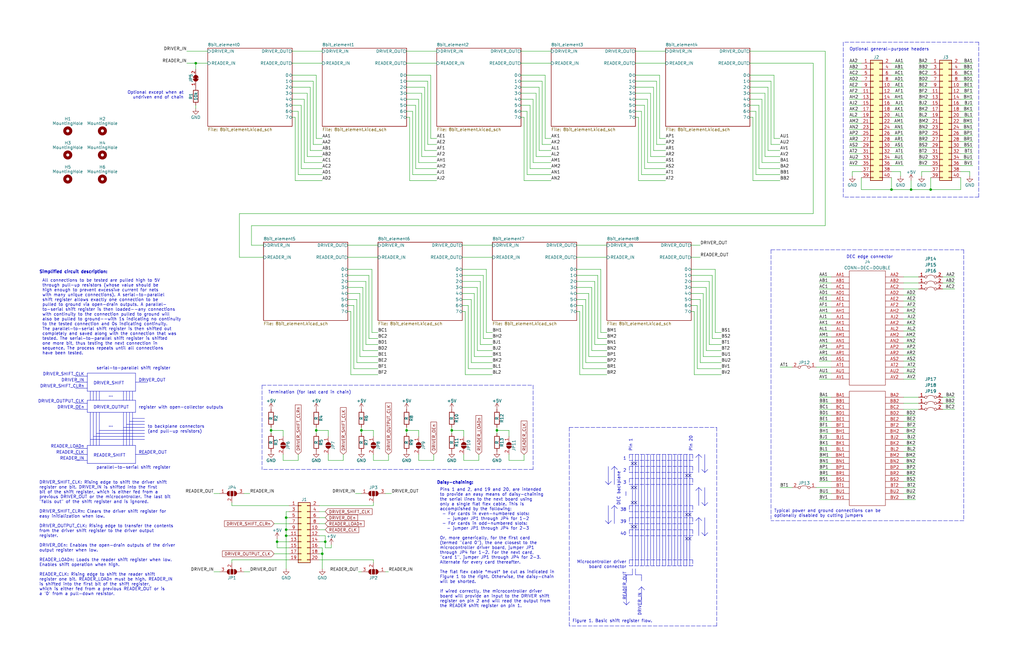
<source format=kicad_sch>
(kicad_sch (version 20211123) (generator eeschema)
  (paper "USLedger")
  (junction (at 114.3 181.61))
  (junction (at 133.35 181.61))
  (junction (at 209.55 181.61))
  (junction (at 120.65 223.52))
  (junction (at 384.175 80.01))
  (junction (at 135.89 233.68))
  (junction (at 82.55 26.67))
  (junction (at 120.65 226.06))
  (junction (at 171.45 181.61))
  (junction (at 375.92 80.01))
  (junction (at 116.84 228.6))
  (junction (at 152.4 181.61))
  (junction (at 392.43 80.01))
  (junction (at 120.65 218.44))
  (junction (at 190.5 181.61))
  (junction (at 137.16 228.6))
  (no_connect (at 267.97 205.74))
  (no_connect (at 290.83 227.33))
  (no_connect (at 267.97 195.58))
  (no_connect (at 266.7 195.58))
  (no_connect (at 266.7 205.74))
  (no_connect (at 289.56 200.66))
  (no_connect (at 289.56 227.33))
  (no_connect (at 266.7 212.09))
  (no_connect (at 289.56 217.17))
  (no_connect (at 266.7 222.25))
  (no_connect (at 267.97 222.25))
  (no_connect (at 290.83 217.17))
  (no_connect (at 290.83 200.66))
  (no_connect (at 267.97 212.09))
  (polyline (pts (xy 274.32 191.77) (xy 274.32 238.76)) (stroke (width 0) (type solid)))
  (polyline (pts (xy 267.97 240.03) (xy 267.97 242.57)) (stroke (width 0) (type solid)))
  (wire (pts (xy 100.965 108.585) (xy 111.125 108.585)))
  (wire (pts (xy 82.55 26.67) (xy 87.63 26.67)))
  (wire (pts (xy 301.625 113.665) (xy 301.625 140.335)))
  (wire (pts (xy 386.08 203.2) (xy 381 203.2)))
  (wire (pts (xy 203.835 116.205) (xy 203.835 142.875)))
  (wire (pts (xy 410.21 59.69) (xy 405.13 59.69)))
  (wire (pts (xy 144.78 194.31) (xy 138.43 194.31)))
  (polyline (pts (xy 292.1 236.22) (xy 292.1 238.76)))
  (wire (pts (xy 219.71 39.37) (xy 226.06 39.37)))
  (wire (pts (xy 358.14 49.53) (xy 363.22 49.53)))
  (wire (pts (xy 252.095 116.205) (xy 252.095 142.875)))
  (wire (pts (xy 381 172.72) (xy 387.35 172.72)))
  (wire (pts (xy 229.87 31.75) (xy 229.87 58.42)))
  (polyline (pts (xy 297.18 226.06) (xy 297.18 226.06)))
  (wire (pts (xy 90.17 208.28) (xy 92.71 208.28)))
  (wire (pts (xy 243.205 116.205) (xy 252.095 116.205)))
  (wire (pts (xy 157.48 237.49) (xy 157.48 236.22)))
  (wire (pts (xy 386.08 127) (xy 381 127)))
  (wire (pts (xy 358.14 29.21) (xy 363.22 29.21)))
  (wire (pts (xy 163.83 191.77) (xy 163.83 194.31)))
  (wire (pts (xy 182.88 194.31) (xy 176.53 194.31)))
  (wire (pts (xy 345.44 172.72) (xy 350.52 172.72)))
  (wire (pts (xy 250.825 145.415) (xy 255.905 145.415)))
  (polyline (pts (xy 41.91 173.99) (xy 41.91 187.96)) (stroke (width 0) (type solid)))
  (polyline (pts (xy 264.16 255.27) (xy 262.89 254)) (stroke (width 0) (type solid)))
  (wire (pts (xy 359.41 72.39) (xy 363.22 72.39)))
  (polyline (pts (xy 39.37 173.99) (xy 39.37 187.96)) (stroke (width 0) (type solid)))
  (wire (pts (xy 224.79 41.91) (xy 224.79 68.58)))
  (wire (pts (xy 214.63 194.31) (xy 214.63 191.77)))
  (wire (pts (xy 223.52 44.45) (xy 223.52 71.12)))
  (wire (pts (xy 224.79 68.58) (xy 232.41 68.58)))
  (wire (pts (xy 410.21 57.15) (xy 405.13 57.15)))
  (wire (pts (xy 180.34 34.29) (xy 180.34 60.96)))
  (wire (pts (xy 229.87 58.42) (xy 232.41 58.42)))
  (wire (pts (xy 410.21 69.85) (xy 405.13 69.85)))
  (wire (pts (xy 97.79 237.49) (xy 97.79 236.22)))
  (polyline (pts (xy 297.18 218.44) (xy 297.18 226.06)) (stroke (width 0) (type solid)))
  (polyline (pts (xy 294.64 199.39) (xy 294.64 191.77)) (stroke (width 0) (type solid)))
  (polyline (pts (xy 266.7 191.77) (xy 266.7 238.76)) (stroke (width 0) (type solid)))
  (wire (pts (xy 345.44 147.32) (xy 350.52 147.32)))
  (wire (pts (xy 219.71 34.29) (xy 228.6 34.29)))
  (wire (pts (xy 386.08 175.26) (xy 381 175.26)))
  (wire (pts (xy 116.84 227.33) (xy 116.84 228.6)))
  (wire (pts (xy 121.92 213.36) (xy 97.79 213.36)))
  (wire (pts (xy 125.73 46.99) (xy 125.73 73.66)))
  (wire (pts (xy 220.98 194.31) (xy 214.63 194.31)))
  (wire (pts (xy 214.63 184.15) (xy 214.63 181.61)))
  (wire (pts (xy 318.77 46.99) (xy 318.77 73.66)))
  (wire (pts (xy 119.38 181.61) (xy 119.38 184.15)))
  (wire (pts (xy 347.98 95.25) (xy 106.045 95.25)))
  (wire (pts (xy 243.205 128.905) (xy 245.745 128.905)))
  (wire (pts (xy 195.58 184.15) (xy 195.58 181.61)))
  (wire (pts (xy 410.21 29.21) (xy 405.13 29.21)))
  (wire (pts (xy 194.945 103.505) (xy 207.645 103.505)))
  (wire (pts (xy 190.5 181.61) (xy 195.58 181.61)))
  (wire (pts (xy 90.17 241.3) (xy 92.71 241.3)))
  (wire (pts (xy 171.45 21.59) (xy 184.15 21.59)))
  (wire (pts (xy 201.295 147.955) (xy 207.645 147.955)))
  (polyline (pts (xy 292.1 201.93) (xy 292.1 204.47)))
  (wire (pts (xy 387.35 64.77) (xy 392.43 64.77)))
  (wire (pts (xy 295.275 126.365) (xy 295.275 153.035)))
  (wire (pts (xy 171.45 181.61) (xy 176.53 181.61)))
  (wire (pts (xy 322.58 66.04) (xy 328.93 66.04)))
  (polyline (pts (xy 265.43 196.85) (xy 265.43 199.39)))
  (wire (pts (xy 150.495 153.035) (xy 159.385 153.035)))
  (wire (pts (xy 410.21 49.53) (xy 405.13 49.53)))
  (wire (pts (xy 299.085 118.745) (xy 299.085 145.415)))
  (wire (pts (xy 190.5 180.34) (xy 190.5 181.61)))
  (polyline (pts (xy 297.18 213.36) (xy 295.91 212.09)) (stroke (width 0) (type solid)))
  (polyline (pts (xy 265.43 218.44) (xy 292.1 218.44)))
  (wire (pts (xy 276.86 34.29) (xy 276.86 60.96)))
  (wire (pts (xy 384.175 80.01) (xy 375.92 80.01)))
  (wire (pts (xy 175.26 44.45) (xy 175.26 71.12)))
  (wire (pts (xy 194.945 131.445) (xy 196.215 131.445)))
  (polyline (pts (xy 256.54 220.98) (xy 257.81 219.71)) (stroke (width 0) (type solid)))
  (wire (pts (xy 151.765 150.495) (xy 159.385 150.495)))
  (polyline (pts (xy 256.54 196.85) (xy 256.54 204.47)) (stroke (width 0) (type solid)))
  (wire (pts (xy 316.23 34.29) (xy 325.12 34.29)))
  (wire (pts (xy 386.08 180.34) (xy 381 180.34)))
  (polyline (pts (xy 265.43 213.36) (xy 265.43 215.9)))
  (polyline (pts (xy 270.51 242.57) (xy 270.51 243.84)) (stroke (width 0) (type solid)))
  (wire (pts (xy 345.44 132.08) (xy 350.52 132.08)))
  (polyline (pts (xy 265.43 191.77) (xy 292.1 191.77)))
  (wire (pts (xy 358.14 52.07) (xy 363.22 52.07)))
  (wire (pts (xy 278.13 58.42) (xy 280.67 58.42)))
  (wire (pts (xy 243.205 131.445) (xy 244.475 131.445)))
  (wire (pts (xy 325.12 60.96) (xy 328.93 60.96)))
  (polyline (pts (xy 279.4 191.77) (xy 279.4 238.76)) (stroke (width 0) (type solid)))
  (polyline (pts (xy 294.64 191.77) (xy 293.37 193.04)) (stroke (width 0) (type solid)))
  (wire (pts (xy 120.65 223.52) (xy 121.92 223.52)))
  (wire (pts (xy 278.13 31.75) (xy 278.13 58.42)))
  (polyline (pts (xy 412.75 17.78) (xy 355.6 17.78)))
  (wire (pts (xy 226.06 39.37) (xy 226.06 66.04)))
  (wire (pts (xy 135.89 233.68) (xy 135.89 240.03)))
  (wire (pts (xy 205.105 140.335) (xy 207.645 140.335)))
  (polyline (pts (xy 280.67 191.77) (xy 280.67 238.76)) (stroke (width 0) (type solid)))
  (wire (pts (xy 345.44 137.16) (xy 350.52 137.16)))
  (wire (pts (xy 316.23 26.67) (xy 342.9 26.67)))
  (wire (pts (xy 194.945 116.205) (xy 203.835 116.205)))
  (wire (pts (xy 410.21 46.99) (xy 405.13 46.99)))
  (polyline (pts (xy 256.54 204.47) (xy 256.54 204.47)))
  (wire (pts (xy 127 71.12) (xy 135.89 71.12)))
  (wire (pts (xy 176.53 68.58) (xy 184.15 68.58)))
  (wire (pts (xy 146.685 118.745) (xy 154.305 118.745)))
  (wire (pts (xy 219.71 41.91) (xy 224.79 41.91)))
  (wire (pts (xy 325.12 34.29) (xy 325.12 60.96)))
  (polyline (pts (xy 292.1 226.06) (xy 265.43 226.06)))
  (wire (pts (xy 133.35 180.34) (xy 133.35 181.61)))
  (wire (pts (xy 146.685 131.445) (xy 147.955 131.445)))
  (wire (pts (xy 345.44 208.28) (xy 350.52 208.28)))
  (wire (pts (xy 345.44 144.78) (xy 350.52 144.78)))
  (wire (pts (xy 381 121.92) (xy 387.35 121.92)))
  (wire (pts (xy 386.08 154.94) (xy 381 154.94)))
  (polyline (pts (xy 275.59 191.77) (xy 275.59 238.76)) (stroke (width 0) (type solid)))
  (wire (pts (xy 386.08 139.7) (xy 381 139.7)))
  (polyline (pts (xy 265.43 191.77) (xy 265.43 194.31)))
  (wire (pts (xy 358.14 41.91) (xy 363.22 41.91)))
  (wire (pts (xy 123.19 39.37) (xy 129.54 39.37)))
  (wire (pts (xy 328.93 154.94) (xy 334.01 154.94)))
  (wire (pts (xy 317.5 49.53) (xy 317.5 76.2)))
  (wire (pts (xy 129.54 39.37) (xy 129.54 66.04)))
  (wire (pts (xy 226.06 66.04) (xy 232.41 66.04)))
  (polyline (pts (xy 36.83 161.29) (xy 31.75 161.29)) (stroke (width 0) (type solid)))
  (wire (pts (xy 387.35 46.99) (xy 392.43 46.99)))
  (wire (pts (xy 345.44 182.88) (xy 350.52 182.88)))
  (wire (pts (xy 243.205 118.745) (xy 250.825 118.745)))
  (wire (pts (xy 345.44 124.46) (xy 350.52 124.46)))
  (wire (pts (xy 137.16 231.14) (xy 139.7 231.14)))
  (wire (pts (xy 392.43 74.93) (xy 392.43 80.01)))
  (polyline (pts (xy 406.4 219.71) (xy 325.12 219.71)))
  (polyline (pts (xy 110.49 162.56) (xy 110.49 198.12)))
  (wire (pts (xy 405.13 80.01) (xy 405.13 74.93)))
  (wire (pts (xy 386.08 144.78) (xy 381 144.78)))
  (wire (pts (xy 223.52 71.12) (xy 232.41 71.12)))
  (wire (pts (xy 133.35 181.61) (xy 133.35 182.88)))
  (wire (pts (xy 410.21 44.45) (xy 405.13 44.45)))
  (wire (pts (xy 345.44 121.92) (xy 350.52 121.92)))
  (polyline (pts (xy 57.15 173.99) (xy 36.83 173.99)) (stroke (width 0) (type solid)))
  (wire (pts (xy 410.21 36.83) (xy 405.13 36.83)))
  (polyline (pts (xy 36.83 157.48) (xy 57.15 157.48)) (stroke (width 0) (type solid)))
  (wire (pts (xy 381 36.83) (xy 375.92 36.83)))
  (polyline (pts (xy 265.43 236.22) (xy 265.43 238.76)))
  (wire (pts (xy 78.74 21.59) (xy 87.63 21.59)))
  (wire (pts (xy 386.08 205.74) (xy 381 205.74)))
  (wire (pts (xy 345.44 149.86) (xy 350.52 149.86)))
  (wire (pts (xy 115.57 220.98) (xy 121.92 220.98)))
  (polyline (pts (xy 36.83 163.83) (xy 31.75 163.83)) (stroke (width 0) (type solid)))
  (wire (pts (xy 197.485 155.575) (xy 207.645 155.575)))
  (polyline (pts (xy 297.18 226.06) (xy 297.18 226.06)))
  (wire (pts (xy 220.98 49.53) (xy 220.98 76.2)))
  (wire (pts (xy 386.08 129.54) (xy 381 129.54)))
  (wire (pts (xy 171.45 46.99) (xy 173.99 46.99)))
  (wire (pts (xy 392.43 80.01) (xy 405.13 80.01)))
  (wire (pts (xy 119.38 194.31) (xy 119.38 191.77)))
  (polyline (pts (xy 240.03 180.34) (xy 302.26 180.34)))
  (wire (pts (xy 276.86 60.96) (xy 280.67 60.96)))
  (wire (pts (xy 381 26.67) (xy 375.92 26.67)))
  (wire (pts (xy 129.54 66.04) (xy 135.89 66.04)))
  (polyline (pts (xy 297.18 213.36) (xy 297.18 213.36)))
  (polyline (pts (xy 294.64 226.06) (xy 294.64 218.44)) (stroke (width 0) (type solid)))
  (polyline (pts (xy 297.18 226.06) (xy 295.91 224.79)) (stroke (width 0) (type solid)))
  (polyline (pts (xy 265.43 201.93) (xy 265.43 204.47)))
  (wire (pts (xy 358.14 54.61) (xy 363.22 54.61)))
  (wire (pts (xy 375.92 74.93) (xy 375.92 80.01)))
  (wire (pts (xy 267.97 46.99) (xy 270.51 46.99)))
  (wire (pts (xy 146.685 121.285) (xy 153.035 121.285)))
  (wire (pts (xy 316.23 39.37) (xy 322.58 39.37)))
  (wire (pts (xy 149.86 208.28) (xy 152.4 208.28)))
  (wire (pts (xy 275.59 63.5) (xy 280.67 63.5)))
  (wire (pts (xy 410.21 64.77) (xy 405.13 64.77)))
  (wire (pts (xy 267.97 21.59) (xy 280.67 21.59)))
  (wire (pts (xy 320.04 44.45) (xy 320.04 71.12)))
  (polyline (pts (xy 271.78 191.77) (xy 271.78 238.76)) (stroke (width 0) (type solid)))
  (wire (pts (xy 134.62 213.36) (xy 157.48 213.36)))
  (wire (pts (xy 247.015 153.035) (xy 255.905 153.035)))
  (polyline (pts (xy 278.13 191.77) (xy 278.13 238.76)) (stroke (width 0) (type solid)))
  (wire (pts (xy 271.78 71.12) (xy 280.67 71.12)))
  (wire (pts (xy 209.55 181.61) (xy 209.55 182.88)))
  (wire (pts (xy 171.45 44.45) (xy 175.26 44.45)))
  (wire (pts (xy 381 46.99) (xy 375.92 46.99)))
  (polyline (pts (xy 60.96 179.07) (xy 53.34 179.07)) (stroke (width 0) (type solid)))
  (wire (pts (xy 151.13 241.3) (xy 152.4 241.3)))
  (wire (pts (xy 171.45 34.29) (xy 180.34 34.29)))
  (wire (pts (xy 269.24 49.53) (xy 269.24 76.2)))
  (wire (pts (xy 381 39.37) (xy 375.92 39.37)))
  (polyline (pts (xy 36.83 168.91) (xy 57.15 168.91)) (stroke (width 0) (type solid)))
  (wire (pts (xy 102.87 208.28) (xy 105.41 208.28)))
  (wire (pts (xy 358.14 31.75) (xy 363.22 31.75)))
  (wire (pts (xy 387.35 36.83) (xy 392.43 36.83)))
  (polyline (pts (xy 256.54 220.98) (xy 255.27 219.71)) (stroke (width 0) (type solid)))
  (wire (pts (xy 267.97 31.75) (xy 278.13 31.75)))
  (wire (pts (xy 201.295 121.285) (xy 201.295 147.955)))
  (wire (pts (xy 120.65 215.9) (xy 121.92 215.9)))
  (wire (pts (xy 410.21 52.07) (xy 405.13 52.07)))
  (wire (pts (xy 190.5 181.61) (xy 190.5 182.88)))
  (polyline (pts (xy 259.08 220.98) (xy 259.08 213.36)) (stroke (width 0) (type solid)))
  (wire (pts (xy 146.685 126.365) (xy 150.495 126.365)))
  (wire (pts (xy 386.08 208.28) (xy 381 208.28)))
  (wire (pts (xy 146.685 103.505) (xy 159.385 103.505)))
  (wire (pts (xy 381 54.61) (xy 375.92 54.61)))
  (polyline (pts (xy 355.6 17.78) (xy 355.6 83.185)))
  (polyline (pts (xy 259.08 196.85) (xy 260.35 198.12)) (stroke (width 0) (type solid)))
  (wire (pts (xy 194.945 108.585) (xy 207.645 108.585)))
  (wire (pts (xy 274.32 39.37) (xy 274.32 66.04)))
  (polyline (pts (xy 36.83 168.91) (xy 36.83 173.99)) (stroke (width 0) (type solid)))
  (polyline (pts (xy 288.29 191.77) (xy 288.29 238.76)) (stroke (width 0) (type solid)))
  (polyline (pts (xy 292.1 223.52) (xy 292.1 226.06)))
  (wire (pts (xy 243.205 123.825) (xy 248.285 123.825)))
  (wire (pts (xy 163.83 194.31) (xy 157.48 194.31)))
  (wire (pts (xy 172.72 49.53) (xy 172.72 76.2)))
  (wire (pts (xy 386.08 200.66) (xy 381 200.66)))
  (wire (pts (xy 402.59 121.92) (xy 397.51 121.92)))
  (wire (pts (xy 345.44 187.96) (xy 350.52 187.96)))
  (wire (pts (xy 120.65 218.44) (xy 121.92 218.44)))
  (wire (pts (xy 220.98 76.2) (xy 232.41 76.2)))
  (wire (pts (xy 402.59 167.64) (xy 397.51 167.64)))
  (wire (pts (xy 151.765 123.825) (xy 151.765 150.495)))
  (wire (pts (xy 116.84 228.6) (xy 116.84 231.14)))
  (wire (pts (xy 243.205 126.365) (xy 247.015 126.365)))
  (wire (pts (xy 410.21 62.23) (xy 405.13 62.23)))
  (wire (pts (xy 381 41.91) (xy 375.92 41.91)))
  (wire (pts (xy 267.97 39.37) (xy 274.32 39.37)))
  (polyline (pts (xy 292.1 220.98) (xy 265.43 220.98)))
  (wire (pts (xy 177.8 66.04) (xy 184.15 66.04)))
  (wire (pts (xy 137.16 215.9) (xy 134.62 215.9)))
  (wire (pts (xy 267.97 49.53) (xy 269.24 49.53)))
  (polyline (pts (xy 36.83 172.72) (xy 31.75 172.72)) (stroke (width 0) (type solid)))
  (wire (pts (xy 97.79 213.36) (xy 97.79 212.09)))
  (wire (pts (xy 381 69.85) (xy 375.92 69.85)))
  (wire (pts (xy 139.7 229.87) (xy 139.7 231.14)))
  (polyline (pts (xy 264.16 242.57) (xy 264.16 245.11)) (stroke (width 0) (type solid)))
  (wire (pts (xy 275.59 36.83) (xy 275.59 63.5)))
  (wire (pts (xy 154.305 118.745) (xy 154.305 145.415)))
  (wire (pts (xy 387.35 69.85) (xy 392.43 69.85)))
  (wire (pts (xy 133.35 58.42) (xy 135.89 58.42)))
  (wire (pts (xy 120.65 226.06) (xy 121.92 226.06)))
  (polyline (pts (xy 256.54 213.36) (xy 256.54 220.98)) (stroke (width 0) (type solid)))
  (wire (pts (xy 123.19 41.91) (xy 128.27 41.91)))
  (polyline (pts (xy 57.15 168.91) (xy 57.15 173.99)) (stroke (width 0) (type solid)))
  (wire (pts (xy 358.14 39.37) (xy 363.22 39.37)))
  (polyline (pts (xy 292.1 204.47) (xy 265.43 204.47)))
  (wire (pts (xy 152.4 181.61) (xy 152.4 182.88)))
  (wire (pts (xy 114.3 181.61) (xy 119.38 181.61)))
  (wire (pts (xy 347.98 21.59) (xy 347.98 95.25)))
  (polyline (pts (xy 294.64 213.36) (xy 294.64 205.74)) (stroke (width 0) (type solid)))
  (wire (pts (xy 342.9 90.17) (xy 100.965 90.17)))
  (wire (pts (xy 345.44 157.48) (xy 350.52 157.48)))
  (wire (pts (xy 146.685 113.665) (xy 156.845 113.665)))
  (wire (pts (xy 157.48 194.31) (xy 157.48 191.77)))
  (wire (pts (xy 196.215 131.445) (xy 196.215 158.115)))
  (wire (pts (xy 387.35 54.61) (xy 392.43 54.61)))
  (wire (pts (xy 106.045 103.505) (xy 111.125 103.505)))
  (wire (pts (xy 408.94 72.39) (xy 405.13 72.39)))
  (wire (pts (xy 345.44 193.04) (xy 350.52 193.04)))
  (wire (pts (xy 157.48 236.22) (xy 134.62 236.22)))
  (wire (pts (xy 249.555 147.955) (xy 255.905 147.955)))
  (wire (pts (xy 386.08 185.42) (xy 381 185.42)))
  (wire (pts (xy 316.23 49.53) (xy 317.5 49.53)))
  (polyline (pts (xy 38.1 165.1) (xy 38.1 168.91)) (stroke (width 0) (type solid)))
  (wire (pts (xy 386.08 137.16) (xy 381 137.16)))
  (wire (pts (xy 381 57.15) (xy 375.92 57.15)))
  (wire (pts (xy 345.44 160.02) (xy 350.52 160.02)))
  (polyline (pts (xy 297.18 199.39) (xy 298.45 198.12)) (stroke (width 0) (type solid)))
  (wire (pts (xy 316.23 41.91) (xy 321.31 41.91)))
  (wire (pts (xy 387.35 52.07) (xy 392.43 52.07)))
  (polyline (pts (xy 36.83 189.23) (xy 31.75 189.23)) (stroke (width 0) (type solid)))
  (wire (pts (xy 322.58 39.37) (xy 322.58 66.04)))
  (polyline (pts (xy 294.64 205.74) (xy 295.91 207.01)) (stroke (width 0) (type solid)))
  (polyline (pts (xy 224.79 162.56) (xy 224.79 198.12)))
  (polyline (pts (xy 60.96 184.15) (xy 39.37 184.15)) (stroke (width 0) (type solid)))
  (wire (pts (xy 171.45 39.37) (xy 177.8 39.37)))
  (wire (pts (xy 149.225 155.575) (xy 159.385 155.575)))
  (wire (pts (xy 123.19 46.99) (xy 125.73 46.99)))
  (wire (pts (xy 267.97 41.91) (xy 273.05 41.91)))
  (polyline (pts (xy 36.83 170.18) (xy 31.75 170.18)) (stroke (width 0) (type solid)))
  (wire (pts (xy 381 29.21) (xy 375.92 29.21)))
  (polyline (pts (xy 292.1 191.77) (xy 292.1 194.31)))
  (wire (pts (xy 195.58 194.31) (xy 195.58 191.77)))
  (polyline (pts (xy 52.07 165.1) (xy 52.07 168.91)) (stroke (width 0) (type solid)))
  (wire (pts (xy 176.53 194.31) (xy 176.53 191.77)))
  (wire (pts (xy 203.835 142.875) (xy 207.645 142.875)))
  (wire (pts (xy 386.08 177.8) (xy 381 177.8)))
  (polyline (pts (xy 297.18 226.06) (xy 298.45 224.79)) (stroke (width 0) (type solid)))
  (wire (pts (xy 345.44 185.42) (xy 350.52 185.42)))
  (polyline (pts (xy 294.64 205.74) (xy 293.37 207.01)) (stroke (width 0) (type solid)))
  (wire (pts (xy 323.85 63.5) (xy 328.93 63.5)))
  (wire (pts (xy 176.53 184.15) (xy 176.53 181.61)))
  (wire (pts (xy 124.46 49.53) (xy 124.46 76.2)))
  (wire (pts (xy 408.94 74.295) (xy 408.94 72.39)))
  (wire (pts (xy 345.44 175.26) (xy 350.52 175.26)))
  (wire (pts (xy 227.33 36.83) (xy 227.33 63.5)))
  (wire (pts (xy 345.44 200.66) (xy 350.52 200.66)))
  (wire (pts (xy 386.08 190.5) (xy 381 190.5)))
  (wire (pts (xy 358.14 67.31) (xy 363.22 67.31)))
  (polyline (pts (xy 270.51 191.77) (xy 270.51 238.76)) (stroke (width 0) (type solid)))
  (wire (pts (xy 387.35 62.23) (xy 392.43 62.23)))
  (polyline (pts (xy 256.54 220.98) (xy 256.54 220.98)))
  (polyline (pts (xy 297.18 191.77) (xy 297.18 199.39)) (stroke (width 0) (type solid)))
  (wire (pts (xy 321.31 41.91) (xy 321.31 68.58)))
  (wire (pts (xy 386.08 187.96) (xy 381 187.96)))
  (wire (pts (xy 228.6 60.96) (xy 232.41 60.96)))
  (wire (pts (xy 97.79 236.22) (xy 121.92 236.22)))
  (wire (pts (xy 320.04 71.12) (xy 328.93 71.12)))
  (wire (pts (xy 402.59 119.38) (xy 397.51 119.38)))
  (wire (pts (xy 410.21 54.61) (xy 405.13 54.61)))
  (polyline (pts (xy 60.96 182.88) (xy 40.64 182.88)) (stroke (width 0) (type solid)))
  (wire (pts (xy 375.92 80.01) (xy 363.22 80.01)))
  (wire (pts (xy 202.565 118.745) (xy 202.565 145.415)))
  (polyline (pts (xy 36.83 191.77) (xy 31.75 191.77)) (stroke (width 0) (type solid)))
  (wire (pts (xy 301.625 140.335) (xy 304.165 140.335)))
  (polyline (pts (xy 302.26 264.16) (xy 240.03 264.16)))
  (polyline (pts (xy 294.64 191.77) (xy 295.91 193.04)) (stroke (width 0) (type solid)))
  (wire (pts (xy 243.205 121.285) (xy 249.555 121.285)))
  (wire (pts (xy 381 64.77) (xy 375.92 64.77)))
  (wire (pts (xy 245.745 155.575) (xy 255.905 155.575)))
  (wire (pts (xy 171.45 41.91) (xy 176.53 41.91)))
  (wire (pts (xy 316.23 36.83) (xy 323.85 36.83)))
  (wire (pts (xy 358.14 34.29) (xy 363.22 34.29)))
  (wire (pts (xy 384.175 76.2) (xy 384.175 80.01)))
  (wire (pts (xy 124.46 76.2) (xy 135.89 76.2)))
  (polyline (pts (xy 297.18 213.36) (xy 298.45 212.09)) (stroke (width 0) (type solid)))
  (wire (pts (xy 381 44.45) (xy 375.92 44.45)))
  (wire (pts (xy 194.945 113.665) (xy 205.105 113.665)))
  (polyline (pts (xy 270.51 255.27) (xy 270.51 247.65)) (stroke (width 0) (type solid)))
  (polyline (pts (xy 406.4 105.41) (xy 406.4 219.71)))
  (wire (pts (xy 296.545 150.495) (xy 304.165 150.495)))
  (wire (pts (xy 345.44 210.82) (xy 350.52 210.82)))
  (wire (pts (xy 296.545 123.825) (xy 296.545 150.495)))
  (polyline (pts (xy 53.34 173.99) (xy 53.34 187.96)) (stroke (width 0) (type solid)))
  (wire (pts (xy 317.5 76.2) (xy 328.93 76.2)))
  (polyline (pts (xy 292.1 218.44) (xy 292.1 220.98)))
  (wire (pts (xy 386.08 142.24) (xy 381 142.24)))
  (wire (pts (xy 133.35 31.75) (xy 133.35 58.42)))
  (wire (pts (xy 386.08 193.04) (xy 381 193.04)))
  (polyline (pts (xy 224.79 198.12) (xy 110.49 198.12)))
  (wire (pts (xy 381 34.29) (xy 375.92 34.29)))
  (polyline (pts (xy 54.61 165.1) (xy 54.61 168.91)) (stroke (width 0) (type solid)))
  (wire (pts (xy 321.31 68.58) (xy 328.93 68.58)))
  (wire (pts (xy 146.685 128.905) (xy 149.225 128.905)))
  (wire (pts (xy 269.24 76.2) (xy 280.67 76.2)))
  (wire (pts (xy 146.685 123.825) (xy 151.765 123.825)))
  (polyline (pts (xy 283.21 191.77) (xy 283.21 238.76)) (stroke (width 0) (type solid)))
  (wire (pts (xy 345.44 142.24) (xy 350.52 142.24)))
  (wire (pts (xy 219.71 21.59) (xy 232.41 21.59)))
  (wire (pts (xy 157.48 213.36) (xy 157.48 212.09)))
  (polyline (pts (xy 287.02 191.77) (xy 287.02 238.76)) (stroke (width 0) (type solid)))
  (wire (pts (xy 227.33 63.5) (xy 232.41 63.5)))
  (wire (pts (xy 381 59.69) (xy 375.92 59.69)))
  (polyline (pts (xy 297.18 213.36) (xy 297.18 213.36)))
  (polyline (pts (xy 40.64 173.99) (xy 40.64 187.96)) (stroke (width 0) (type solid)))
  (wire (pts (xy 248.285 150.495) (xy 255.905 150.495)))
  (polyline (pts (xy 110.49 162.56) (xy 224.79 162.56)))
  (wire (pts (xy 78.74 26.67) (xy 82.55 26.67)))
  (wire (pts (xy 114.3 181.61) (xy 114.3 182.88)))
  (wire (pts (xy 386.08 198.12) (xy 381 198.12)))
  (wire (pts (xy 138.43 194.31) (xy 138.43 191.77)))
  (polyline (pts (xy 57.15 165.1) (xy 36.83 165.1)) (stroke (width 0) (type solid)))
  (wire (pts (xy 128.27 41.91) (xy 128.27 68.58)))
  (wire (pts (xy 387.35 67.31) (xy 392.43 67.31)))
  (wire (pts (xy 144.78 191.77) (xy 144.78 194.31)))
  (wire (pts (xy 209.55 181.61) (xy 214.63 181.61)))
  (wire (pts (xy 130.81 36.83) (xy 130.81 63.5)))
  (polyline (pts (xy 270.51 247.65) (xy 271.78 248.92)) (stroke (width 0) (type solid)))
  (wire (pts (xy 114.3 180.34) (xy 114.3 181.61)))
  (wire (pts (xy 344.17 205.74) (xy 350.52 205.74)))
  (wire (pts (xy 381 52.07) (xy 375.92 52.07)))
  (polyline (pts (xy 292.1 194.31) (xy 265.43 194.31)))
  (wire (pts (xy 135.89 233.68) (xy 134.62 233.68)))
  (wire (pts (xy 127 44.45) (xy 127 71.12)))
  (wire (pts (xy 179.07 63.5) (xy 184.15 63.5)))
  (wire (pts (xy 291.465 126.365) (xy 295.275 126.365)))
  (polyline (pts (xy 325.12 105.41) (xy 406.4 105.41)))
  (wire (pts (xy 248.285 123.825) (xy 248.285 150.495)))
  (wire (pts (xy 156.845 113.665) (xy 156.845 140.335)))
  (wire (pts (xy 123.19 21.59) (xy 135.89 21.59)))
  (wire (pts (xy 156.845 140.335) (xy 159.385 140.335)))
  (polyline (pts (xy 264.16 255.27) (xy 265.43 254)) (stroke (width 0) (type solid)))
  (polyline (pts (xy 62.23 161.29) (xy 57.15 161.29)) (stroke (width 0) (type solid)))
  (polyline (pts (xy 256.54 204.47) (xy 257.81 203.2)) (stroke (width 0) (type solid)))
  (wire (pts (xy 316.23 31.75) (xy 326.39 31.75)))
  (wire (pts (xy 387.35 29.21) (xy 392.43 29.21)))
  (wire (pts (xy 345.44 134.62) (xy 350.52 134.62)))
  (polyline (pts (xy 55.88 173.99) (xy 55.88 187.96)) (stroke (width 0) (type solid)))
  (wire (pts (xy 200.025 150.495) (xy 207.645 150.495)))
  (polyline (pts (xy 60.96 185.42) (xy 38.1 185.42)) (stroke (width 0) (type solid)))
  (wire (pts (xy 172.72 76.2) (xy 184.15 76.2)))
  (wire (pts (xy 358.14 62.23) (xy 363.22 62.23)))
  (wire (pts (xy 209.55 180.34) (xy 209.55 181.61)))
  (polyline (pts (xy 57.15 157.48) (xy 57.15 165.1)) (stroke (width 0) (type solid)))
  (polyline (pts (xy 297.18 199.39) (xy 297.18 199.39)))
  (wire (pts (xy 316.23 46.99) (xy 318.77 46.99)))
  (wire (pts (xy 326.39 58.42) (xy 328.93 58.42)))
  (wire (pts (xy 222.25 46.99) (xy 222.25 73.66)))
  (wire (pts (xy 182.88 191.77) (xy 182.88 194.31)))
  (polyline (pts (xy 294.64 218.44) (xy 293.37 219.71)) (stroke (width 0) (type solid)))
  (wire (pts (xy 402.59 172.72) (xy 397.51 172.72)))
  (wire (pts (xy 297.815 121.285) (xy 297.815 147.955)))
  (polyline (pts (xy 264.16 247.65) (xy 264.16 255.27)) (stroke (width 0) (type solid)))
  (wire (pts (xy 345.44 170.18) (xy 350.52 170.18)))
  (polyline (pts (xy 36.83 158.75) (xy 31.75 158.75)) (stroke (width 0) (type solid)))
  (wire (pts (xy 410.21 26.67) (xy 405.13 26.67)))
  (wire (pts (xy 326.39 31.75) (xy 326.39 58.42)))
  (wire (pts (xy 410.21 41.91) (xy 405.13 41.91)))
  (wire (pts (xy 137.16 228.6) (xy 137.16 226.06)))
  (wire (pts (xy 153.035 121.285) (xy 153.035 147.955)))
  (polyline (pts (xy 294.64 218.44) (xy 295.91 219.71)) (stroke (width 0) (type solid)))
  (wire (pts (xy 316.23 21.59) (xy 347.98 21.59)))
  (polyline (pts (xy 412.75 83.185) (xy 355.6 83.185)))
  (polyline (pts (xy 276.86 191.77) (xy 276.86 238.76)) (stroke (width 0) (type solid)))
  (wire (pts (xy 137.16 223.52) (xy 134.62 223.52)))
  (wire (pts (xy 387.35 59.69) (xy 392.43 59.69)))
  (wire (pts (xy 388.62 72.39) (xy 392.43 72.39)))
  (wire (pts (xy 171.45 49.53) (xy 172.72 49.53)))
  (wire (pts (xy 181.61 31.75) (xy 181.61 58.42)))
  (polyline (pts (xy 302.26 180.34) (xy 302.26 264.16)))
  (wire (pts (xy 245.745 128.905) (xy 245.745 155.575)))
  (wire (pts (xy 300.355 116.205) (xy 300.355 142.875)))
  (wire (pts (xy 387.35 41.91) (xy 392.43 41.91)))
  (wire (pts (xy 295.275 153.035) (xy 304.165 153.035)))
  (polyline (pts (xy 36.83 157.48) (xy 36.83 165.1)) (stroke (width 0) (type solid)))
  (wire (pts (xy 205.105 113.665) (xy 205.105 140.335)))
  (polyline (pts (xy 292.1 215.9) (xy 265.43 215.9)))
  (wire (pts (xy 247.015 126.365) (xy 247.015 153.035)))
  (polyline (pts (xy 60.96 180.34) (xy 52.07 180.34)) (stroke (width 0) (type solid)))
  (polyline (pts (xy 325.12 105.41) (xy 325.12 219.71)))
  (wire (pts (xy 128.27 68.58) (xy 135.89 68.58)))
  (polyline (pts (xy 265.43 201.93) (xy 292.1 201.93)))
  (polyline (pts (xy 281.94 191.77) (xy 281.94 238.76)) (stroke (width 0) (type solid)))
  (wire (pts (xy 146.685 116.205) (xy 155.575 116.205)))
  (polyline (pts (xy 259.08 213.36) (xy 257.81 214.63)) (stroke (width 0) (type solid)))
  (wire (pts (xy 243.205 103.505) (xy 255.905 103.505)))
  (wire (pts (xy 120.65 218.44) (xy 120.65 215.9)))
  (wire (pts (xy 359.41 74.295) (xy 359.41 72.39)))
  (wire (pts (xy 294.005 128.905) (xy 294.005 155.575)))
  (wire (pts (xy 387.35 31.75) (xy 392.43 31.75)))
  (wire (pts (xy 387.35 49.53) (xy 392.43 49.53)))
  (polyline (pts (xy 55.88 165.1) (xy 55.88 168.91)) (stroke (width 0) (type solid)))
  (wire (pts (xy 219.71 46.99) (xy 222.25 46.99)))
  (polyline (pts (xy 265.43 223.52) (xy 292.1 223.52)))
  (wire (pts (xy 291.465 123.825) (xy 296.545 123.825)))
  (polyline (pts (xy 267.97 191.77) (xy 267.97 238.76)) (stroke (width 0) (type solid)))
  (wire (pts (xy 379.73 74.295) (xy 379.73 72.39)))
  (wire (pts (xy 197.485 128.905) (xy 197.485 155.575)))
  (wire (pts (xy 130.81 63.5) (xy 135.89 63.5)))
  (wire (pts (xy 358.14 57.15) (xy 363.22 57.15)))
  (wire (pts (xy 244.475 158.115) (xy 255.905 158.115)))
  (polyline (pts (xy 265.43 223.52) (xy 265.43 226.06)))
  (wire (pts (xy 270.51 73.66) (xy 280.67 73.66)))
  (wire (pts (xy 146.685 108.585) (xy 159.385 108.585)))
  (wire (pts (xy 201.93 194.31) (xy 195.58 194.31)))
  (wire (pts (xy 152.4 180.34) (xy 152.4 181.61)))
  (wire (pts (xy 177.8 39.37) (xy 177.8 66.04)))
  (wire (pts (xy 147.955 158.115) (xy 159.385 158.115)))
  (polyline (pts (xy 289.56 191.77) (xy 289.56 238.76)) (stroke (width 0) (type solid)))
  (wire (pts (xy 342.9 26.67) (xy 342.9 90.17)))
  (wire (pts (xy 147.955 131.445) (xy 147.955 158.115)))
  (wire (pts (xy 134.62 228.6) (xy 137.16 228.6)))
  (wire (pts (xy 386.08 147.32) (xy 381 147.32)))
  (polyline (pts (xy 256.54 220.98) (xy 256.54 220.98)))
  (wire (pts (xy 135.89 233.68) (xy 135.89 231.14)))
  (wire (pts (xy 196.215 158.115) (xy 207.645 158.115)))
  (wire (pts (xy 381 67.31) (xy 375.92 67.31)))
  (wire (pts (xy 162.56 208.28) (xy 165.1 208.28)))
  (wire (pts (xy 273.05 68.58) (xy 280.67 68.58)))
  (wire (pts (xy 82.55 45.72) (xy 82.55 44.45)))
  (wire (pts (xy 384.175 80.01) (xy 392.43 80.01)))
  (wire (pts (xy 121.92 231.14) (xy 116.84 231.14)))
  (wire (pts (xy 410.21 34.29) (xy 405.13 34.29)))
  (wire (pts (xy 198.755 153.035) (xy 207.645 153.035)))
  (wire (pts (xy 137.16 220.98) (xy 134.62 220.98)))
  (polyline (pts (xy 270.51 243.84) (xy 270.51 245.11)) (stroke (width 0) (type solid)))
  (polyline (pts (xy 62.23 191.77) (xy 57.15 191.77)) (stroke (width 0) (type solid)))
  (wire (pts (xy 388.62 74.295) (xy 388.62 72.39)))
  (polyline (pts (xy 292.1 196.85) (xy 292.1 199.39)))
  (wire (pts (xy 274.32 66.04) (xy 280.67 66.04)))
  (wire (pts (xy 345.44 139.7) (xy 350.52 139.7)))
  (polyline (pts (xy 285.75 191.77) (xy 285.75 238.76)) (stroke (width 0) (type solid)))
  (wire (pts (xy 410.21 39.37) (xy 405.13 39.37)))
  (polyline (pts (xy 266.7 240.03) (xy 266.7 242.57)) (stroke (width 0) (type solid)))
  (wire (pts (xy 181.61 58.42) (xy 184.15 58.42)))
  (wire (pts (xy 381 119.38) (xy 387.35 119.38)))
  (wire (pts (xy 157.48 181.61) (xy 157.48 184.15)))
  (wire (pts (xy 267.97 44.45) (xy 271.78 44.45)))
  (wire (pts (xy 125.73 191.77) (xy 125.73 194.31)))
  (polyline (pts (xy 273.05 191.77) (xy 273.05 238.76)) (stroke (width 0) (type solid)))
  (polyline (pts (xy 52.07 173.99) (xy 52.07 187.96)) (stroke (width 0) (type solid)))
  (polyline (pts (xy 265.43 218.44) (xy 265.43 220.98)))
  (wire (pts (xy 133.35 181.61) (xy 138.43 181.61)))
  (wire (pts (xy 194.945 121.285) (xy 201.295 121.285)))
  (wire (pts (xy 318.77 73.66) (xy 328.93 73.66)))
  (wire (pts (xy 402.59 170.18) (xy 397.51 170.18)))
  (wire (pts (xy 194.945 118.745) (xy 202.565 118.745)))
  (wire (pts (xy 323.85 36.83) (xy 323.85 63.5)))
  (wire (pts (xy 125.73 194.31) (xy 119.38 194.31)))
  (wire (pts (xy 387.35 44.45) (xy 392.43 44.45)))
  (wire (pts (xy 410.21 31.75) (xy 405.13 31.75)))
  (polyline (pts (xy 290.83 191.77) (xy 290.83 238.76)) (stroke (width 0) (type solid)))
  (wire (pts (xy 201.93 191.77) (xy 201.93 194.31)))
  (wire (pts (xy 120.65 240.03) (xy 120.65 226.06)))
  (wire (pts (xy 171.45 26.67) (xy 184.15 26.67)))
  (polyline (pts (xy 270.51 247.65) (xy 269.24 248.92)) (stroke (width 0) (type solid)))
  (wire (pts (xy 244.475 131.445) (xy 244.475 158.115)))
  (wire (pts (xy 138.43 184.15) (xy 138.43 181.61)))
  (wire (pts (xy 162.56 241.3) (xy 163.83 241.3)))
  (wire (pts (xy 386.08 132.08) (xy 381 132.08)))
  (wire (pts (xy 345.44 203.2) (xy 350.52 203.2)))
  (polyline (pts (xy 60.96 176.53) (xy 55.88 176.53)) (stroke (width 0) (type solid)))
  (polyline (pts (xy 267.97 242.57) (xy 270.51 242.57)) (stroke (width 0) (type solid)))
  (polyline (pts (xy 54.61 173.99) (xy 54.61 187.96)) (stroke (width 0) (type solid)))
  (wire (pts (xy 267.97 34.29) (xy 276.86 34.29)))
  (wire (pts (xy 171.45 180.34) (xy 171.45 181.61)))
  (wire (pts (xy 219.71 49.53) (xy 220.98 49.53)))
  (wire (pts (xy 173.99 73.66) (xy 184.15 73.66)))
  (wire (pts (xy 252.095 142.875) (xy 255.905 142.875)))
  (wire (pts (xy 132.08 60.96) (xy 135.89 60.96)))
  (wire (pts (xy 381 62.23) (xy 375.92 62.23)))
  (wire (pts (xy 358.14 26.67) (xy 363.22 26.67)))
  (wire (pts (xy 171.45 36.83) (xy 179.07 36.83)))
  (wire (pts (xy 173.99 46.99) (xy 173.99 73.66)))
  (wire (pts (xy 120.65 223.52) (xy 120.65 218.44)))
  (wire (pts (xy 116.84 228.6) (xy 121.92 228.6)))
  (wire (pts (xy 137.16 228.6) (xy 137.16 231.14)))
  (polyline (pts (xy 57.15 195.58) (xy 36.83 195.58)) (stroke (width 0) (type solid)))
  (wire (pts (xy 386.08 149.86) (xy 381 149.86)))
  (wire (pts (xy 219.71 44.45) (xy 223.52 44.45)))
  (wire (pts (xy 176.53 41.91) (xy 176.53 68.58)))
  (wire (pts (xy 175.26 71.12) (xy 184.15 71.12)))
  (wire (pts (xy 386.08 152.4) (xy 381 152.4)))
  (polyline (pts (xy 36.83 187.96) (xy 57.15 187.96)) (stroke (width 0) (type solid)))
  (wire (pts (xy 379.73 72.39) (xy 375.92 72.39)))
  (wire (pts (xy 358.14 44.45) (xy 363.22 44.45)))
  (wire (pts (xy 345.44 167.64) (xy 350.52 167.64)))
  (wire (pts (xy 386.08 210.82) (xy 381 210.82)))
  (polyline (pts (xy 297.18 199.39) (xy 297.18 199.39)))
  (wire (pts (xy 135.89 231.14) (xy 134.62 231.14)))
  (wire (pts (xy 120.65 226.06) (xy 120.65 223.52)))
  (wire (pts (xy 250.825 118.745) (xy 250.825 145.415)))
  (wire (pts (xy 345.44 152.4) (xy 350.52 152.4)))
  (polyline (pts (xy 53.34 165.1) (xy 53.34 168.91)) (stroke (width 0) (type solid)))
  (polyline (pts (xy 297.18 199.39) (xy 295.91 198.12)) (stroke (width 0) (type solid)))
  (polyline (pts (xy 259.08 196.85) (xy 257.81 198.12)) (stroke (width 0) (type solid)))
  (wire (pts (xy 291.465 121.285) (xy 297.815 121.285)))
  (wire (pts (xy 132.08 34.29) (xy 132.08 60.96)))
  (wire (pts (xy 291.465 103.505) (xy 295.275 103.505)))
  (wire (pts (xy 82.55 26.67) (xy 82.55 29.21)))
  (wire (pts (xy 291.465 131.445) (xy 292.735 131.445)))
  (wire (pts (xy 291.465 113.665) (xy 301.625 113.665)))
  (wire (pts (xy 358.14 69.85) (xy 363.22 69.85)))
  (wire (pts (xy 387.35 26.67) (xy 392.43 26.67)))
  (wire (pts (xy 410.21 67.31) (xy 405.13 67.31)))
  (wire (pts (xy 381 31.75) (xy 375.92 31.75)))
  (wire (pts (xy 152.4 181.61) (xy 157.48 181.61)))
  (wire (pts (xy 267.97 36.83) (xy 275.59 36.83)))
  (wire (pts (xy 171.45 31.75) (xy 181.61 31.75)))
  (wire (pts (xy 300.355 142.875) (xy 304.165 142.875)))
  (wire (pts (xy 228.6 34.29) (xy 228.6 60.96)))
  (wire (pts (xy 386.08 134.62) (xy 381 134.62)))
  (wire (pts (xy 291.465 116.205) (xy 300.355 116.205)))
  (wire (pts (xy 345.44 127) (xy 350.52 127)))
  (wire (pts (xy 243.205 108.585) (xy 255.905 108.585)))
  (wire (pts (xy 271.78 44.45) (xy 271.78 71.12)))
  (polyline (pts (xy 284.48 191.77) (xy 284.48 238.76)) (stroke (width 0) (type solid)))
  (wire (pts (xy 273.05 41.91) (xy 273.05 68.58)))
  (wire (pts (xy 137.16 226.06) (xy 134.62 226.06)))
  (wire (pts (xy 155.575 142.875) (xy 159.385 142.875)))
  (wire (pts (xy 219.71 31.75) (xy 229.87 31.75)))
  (wire (pts (xy 115.57 233.68) (xy 121.92 233.68)))
  (wire (pts (xy 381 116.84) (xy 387.35 116.84)))
  (wire (pts (xy 220.98 191.77) (xy 220.98 194.31)))
  (wire (pts (xy 249.555 121.285) (xy 249.555 147.955)))
  (wire (pts (xy 202.565 145.415) (xy 207.645 145.415)))
  (wire (pts (xy 100.965 90.17) (xy 100.965 108.585)))
  (polyline (pts (xy 292.1 199.39) (xy 265.43 199.39)))
  (wire (pts (xy 386.08 160.02) (xy 381 160.02)))
  (polyline (pts (xy 60.96 177.8) (xy 54.61 177.8)) (stroke (width 0) (type solid)))
  (wire (pts (xy 297.815 147.955) (xy 304.165 147.955)))
  (polyline (pts (xy 412.75 83.185) (xy 412.75 17.78)))
  (wire (pts (xy 363.22 80.01) (xy 363.22 74.93)))
  (polyline (pts (xy 60.96 181.61) (xy 41.91 181.61)) (stroke (width 0) (type solid)))
  (polyline (pts (xy 36.83 187.96) (xy 36.83 195.58)) (stroke (width 0) (type solid)))
  (wire (pts (xy 194.945 126.365) (xy 198.755 126.365)))
  (wire (pts (xy 345.44 195.58) (xy 350.52 195.58)))
  (wire (pts (xy 102.87 241.3) (xy 105.41 241.3)))
  (wire (pts (xy 149.225 128.905) (xy 149.225 155.575)))
  (wire (pts (xy 198.755 126.365) (xy 198.755 153.035)))
  (wire (pts (xy 179.07 36.83) (xy 179.07 63.5)))
  (polyline (pts (xy 292.1 213.36) (xy 292.1 215.9)))
  (polyline (pts (xy 265.43 236.22) (xy 292.1 236.22)))
  (wire (pts (xy 358.14 59.69) (xy 363.22 59.69)))
  (wire (pts (xy 137.16 218.44) (xy 134.62 218.44)))
  (wire (pts (xy 387.35 57.15) (xy 392.43 57.15)))
  (wire (pts (xy 267.97 26.67) (xy 280.67 26.67)))
  (wire (pts (xy 123.19 49.53) (xy 124.46 49.53)))
  (wire (pts (xy 345.44 190.5) (xy 350.52 190.5)))
  (wire (pts (xy 253.365 113.665) (xy 253.365 140.335)))
  (wire (pts (xy 150.495 126.365) (xy 150.495 153.035)))
  (wire (pts (xy 292.735 131.445) (xy 292.735 158.115)))
  (wire (pts (xy 171.45 181.61) (xy 171.45 182.88)))
  (polyline (pts (xy 265.43 213.36) (xy 292.1 213.36)))
  (wire (pts (xy 123.19 34.29) (xy 132.08 34.29)))
  (wire (pts (xy 345.44 119.38) (xy 350.52 119.38)))
  (wire (pts (xy 386.08 195.58) (xy 381 195.58)))
  (polyline (pts (xy 265.43 196.85) (xy 292.1 196.85)))
  (polyline (pts (xy 266.7 242.57) (xy 264.16 242.57)) (stroke (width 0) (type solid)))
  (polyline (pts (xy 41.91 165.1) (xy 41.91 168.91)) (stroke (width 0) (type solid)))
  (wire (pts (xy 345.44 129.54) (xy 350.52 129.54)))
  (wire (pts (xy 155.575 116.205) (xy 155.575 142.875)))
  (wire (pts (xy 123.19 36.83) (xy 130.81 36.83)))
  (wire (pts (xy 106.045 95.25) (xy 106.045 103.505)))
  (wire (pts (xy 125.73 73.66) (xy 135.89 73.66)))
  (wire (pts (xy 292.735 158.115) (xy 304.165 158.115)))
  (wire (pts (xy 194.945 128.905) (xy 197.485 128.905)))
  (wire (pts (xy 345.44 198.12) (xy 350.52 198.12)))
  (wire (pts (xy 358.14 64.77) (xy 363.22 64.77)))
  (polyline (pts (xy 297.18 205.74) (xy 297.18 213.36)) (stroke (width 0) (type solid)))
  (wire (pts (xy 402.59 116.84) (xy 397.51 116.84)))
  (wire (pts (xy 219.71 26.67) (xy 232.41 26.67)))
  (wire (pts (xy 299.085 145.415) (xy 304.165 145.415)))
  (wire (pts (xy 123.19 31.75) (xy 133.35 31.75)))
  (polyline (pts (xy 259.08 204.47) (xy 259.08 196.85)) (stroke (width 0) (type solid)))
  (wire (pts (xy 386.08 182.88) (xy 381 182.88)))
  (polyline (pts (xy 240.03 180.34) (xy 240.03 264.16)))
  (wire (pts (xy 243.205 113.665) (xy 253.365 113.665)))
  (wire (pts (xy 180.34 60.96) (xy 184.15 60.96)))
  (wire (pts (xy 358.14 46.99) (xy 363.22 46.99)))
  (wire (pts (xy 291.465 108.585) (xy 295.275 108.585)))
  (wire (pts (xy 294.005 155.575) (xy 304.165 155.575)))
  (wire (pts (xy 345.44 180.34) (xy 350.52 180.34)))
  (wire (pts (xy 270.51 46.99) (xy 270.51 73.66)))
  (wire (pts (xy 387.35 34.29) (xy 392.43 34.29)))
  (polyline (pts (xy 57.15 187.96) (xy 57.15 195.58)) (stroke (width 0) (type solid)))
  (wire (pts (xy 381 167.64) (xy 387.35 167.64)))
  (wire (pts (xy 386.08 157.48) (xy 381 157.48)))
  (wire (pts (xy 123.19 44.45) (xy 127 44.45)))
  (polyline (pts (xy 40.64 165.1) (xy 40.64 168.91)) (stroke (width 0) (type solid)))
  (wire (pts (xy 386.08 124.46) (xy 381 124.46)))
  (wire (pts (xy 328.93 205.74) (xy 334.01 205.74)))
  (wire (pts (xy 358.14 36.83) (xy 363.22 36.83)))
  (wire (pts (xy 123.19 26.67) (xy 135.89 26.67)))
  (polyline (pts (xy 269.24 191.77) (xy 269.24 238.76)) (stroke (width 0) (type solid)))
  (wire (pts (xy 344.17 154.94) (xy 350.52 154.94)))
  (wire (pts (xy 345.44 116.84) (xy 350.52 116.84)))
  (wire (pts (xy 387.35 39.37) (xy 392.43 39.37)))
  (wire (pts (xy 222.25 73.66) (xy 232.41 73.66)))
  (wire (pts (xy 381 170.18) (xy 387.35 170.18)))
  (wire (pts (xy 291.465 128.905) (xy 294.005 128.905)))
  (polyline (pts (xy 38.1 173.99) (xy 38.1 187.96)) (stroke (width 0) (type solid)))
  (wire (pts (xy 316.23 44.45) (xy 320.04 44.45)))
  (polyline (pts (xy 39.37 165.1) (xy 39.37 168.91)) (stroke (width 0) (type solid)))
  (wire (pts (xy 154.305 145.415) (xy 159.385 145.415)))
  (polyline (pts (xy 256.54 204.47) (xy 255.27 203.2)) (stroke (width 0) (type solid)))
  (polyline (pts (xy 259.08 213.36) (xy 260.35 214.63)) (stroke (width 0) (type solid)))
  (wire (pts (xy 381 49.53) (xy 375.92 49.53)))
  (wire (pts (xy 291.465 118.745) (xy 299.085 118.745)))
  (wire (pts (xy 345.44 177.8) (xy 350.52 177.8)))
  (wire (pts (xy 153.035 147.955) (xy 159.385 147.955)))
  (wire (pts (xy 194.945 123.825) (xy 200.025 123.825)))
  (polyline (pts (xy 292.1 238.76) (xy 265.43 238.76)))
  (polyline (pts (xy 256.54 204.47) (xy 256.54 204.47)))
  (polyline (pts (xy 36.83 194.31) (xy 31.75 194.31)) (stroke (width 0) (type solid)))
  (wire (pts (xy 200.025 123.825) (xy 200.025 150.495)))
  (wire (pts (xy 253.365 140.335) (xy 255.905 140.335)))
  (wire (pts (xy 219.71 36.83) (xy 227.33 36.83)))
  (text "READER_CLK" (at 35.56 191.77 180) (effects (font (size 1.27 1.27)) (justify right bottom)))
  (text "DRIVER_OEn" (at 35.56 172.72 180) (effects (font (size 1.27 1.27)) (justify right bottom)))
  (text "..." (at 45.72 167.64 0) (effects (font (size 1.27 1.27)) (justify left bottom)))
  (text "Termination (for last card in chain)" (at 113.03 166.37 0) (effects (font (size 1.27 1.27)) (justify left bottom)))
  (text "All connections to be tested are pulled high to 5V\nthrough pull-up resistors (whose value should be\nhigh enough to prevent excessive current for nets\nwith many unique connections). A serial-to-parallel\nshift register allows exactly one connection to be\npulled to ground via open-drain outputs. A parallel-\nto-serial shift register is then loaded--any connections\nwith continuity to the connection pulled to ground will\nalso be pulled to ground--with 1s indicating no continuity\nto the tested connection and 0s indicating continuity.\nThe parallel-to-serial shift register is then shifted out\ncompletely and saved along with the connection that was\ntested. The serial-to-parallel shift register is shifted\none more bit, thus testing the next connection in\nsequence. The process repeats until all connections\nhave been tested." (at 17.78 149.86 0) (effects (font (size 1.27 1.27)) (justify left bottom)))
  (text "Simplified circuit description:" (at 16.51 115.57 0) (effects (font (size 1.27 1.27) (thickness 0.254) bold) (justify left bottom)))
  (text "READER_LOADn" (at 35.56 189.23 180) (effects (font (size 1.27 1.27)) (justify right bottom)))
  (text "Optional general-purpose headers" (at 358.14 21.59 0) (effects (font (size 1.27 1.27)) (justify left bottom)))
  (text "READER_IN" (at 35.56 194.31 180) (effects (font (size 1.27 1.27)) (justify right bottom)))
  (text "38" (at 264.16 215.9 180) (effects (font (size 1.27 1.27)) (justify right bottom)))
  (text "Pin 20" (at 292.1 190.5 90) (effects (font (size 1.27 1.27)) (justify left bottom)))
  (text "DRIVER_SHIFT_CLK" (at 35.56 158.75 180) (effects (font (size 1.27 1.27)) (justify right bottom)))
  (text "DEC backplane" (at 261.62 213.36 90) (effects (font (size 1.27 1.27)) (justify left bottom)))
  (text "Figure 1. Basic shift register flow." (at 241.3 262.89 0) (effects (font (size 1.27 1.27)) (justify left bottom)))
  (text "Daisy-chaining:" (at 184.15 204.47 0) (effects (font (size 1.27 1.27) (thickness 0.254) bold) (justify left bottom)))
  (text "READER_OUT" (at 58.42 191.77 0) (effects (font (size 1.27 1.27)) (justify left bottom)))
  (text "3" (at 264.16 204.47 180) (effects (font (size 1.27 1.27)) (justify right bottom)))
  (text "Optional except when at\nundriven end of chain" (at 77.47 41.91 180) (effects (font (size 1.27 1.27)) (justify right bottom)))
  (text "1" (at 264.16 194.31 180) (effects (font (size 1.27 1.27)) (justify right bottom)))
  (text "DRIVER_SHIFT_CLRn" (at 35.56 163.83 180) (effects (font (size 1.27 1.27)) (justify right bottom)))
  (text "READER_SHIFT" (at 39.37 193.04 0) (effects (font (size 1.27 1.27)) (justify left bottom)))
  (text "Pins 1 and 2, and 19 and 20, are intended\nto provide an easy means of daisy-chaining\nthe serial lines to the next board using\nonly a single flat flex cable. This is\naccomplished by the following:\n - For cards in even-numbered slots:\n   - jumper JP1 through JP4 for 1-2\n - For cards in odd-numbered slots:\n   - jumper JP1 through JP4 for 2-3\n\nOr, more generically, for the first card\n(termed \"card 0\"), the one closest to the\nmicrocontroller driver board, jumper JP1\nthrough JP4 for 1-2. For the next card,\n\"card 1\", jumper JP1 through JP4 for 2-3.\nAlternate for every card thereafter.\n\nThe flat flex cable *must* be cut as indicated in\nFigure 1 to the right. Otherwise, the daisy-chain\nwill be shorted.\n\nIf wired correctly, the microcontroller driver\nboard will provide an input to the DRIVER shift\nregister on pin 2 and will read the output from\nthe READER shift register on pin 1. " (at 185.42 256.54 0) (effects (font (size 1.27 1.27)) (justify left bottom)))
  (text "40" (at 264.16 226.06 180) (effects (font (size 1.27 1.27)) (justify right bottom)))
  (text "DRIVER_IN" (at 35.56 161.29 180) (effects (font (size 1.27 1.27)) (justify right bottom)))
  (text "..." (at 45.72 180.34 0) (effects (font (size 1.27 1.27)) (justify left bottom)))
  (text "DRIVER_OUT" (at 58.42 161.29 0) (effects (font (size 1.27 1.27)) (justify left bottom)))
  (text "Pin 1" (at 266.7 190.5 90) (effects (font (size 1.27 1.27)) (justify left bottom)))
  (text "39" (at 264.16 220.98 180) (effects (font (size 1.27 1.27)) (justify right bottom)))
  (text "parallel-to-serial shift register" (at 40.64 198.12 0) (effects (font (size 1.27 1.27)) (justify left bottom)))
  (text "Typical power and ground connections can be\noptionally disabled by cutting jumpers" (at 326.39 218.44 0) (effects (font (size 1.27 1.27)) (justify left bottom)))
  (text "to backplane connectors\n(and pull-up resistors)" (at 62.23 182.88 0) (effects (font (size 1.27 1.27)) (justify left bottom)))
  (text "DRIVER_IN" (at 270.51 250.19 270) (effects (font (size 1.27 1.27)) (justify right bottom)))
  (text "DEC edge connector" (at 356.87 109.22 0) (effects (font (size 1.27 1.27)) (justify left bottom)))
  (text "DRIVER_SHIFT" (at 39.37 162.56 0) (effects (font (size 1.27 1.27)) (justify left bottom)))
  (text "register with open-collector outputs" (at 58.42 172.72 0) (effects (font (size 1.27 1.27)) (justify left bottom)))
  (text "DRIVER_SHIFT_CLK: Rising edge to shift the driver shift\nregister one bit. DRIVER_IN is shifted into the first\nbit of the shift register, which is either fed from a\nprevious DRIVER_OUT or the microcontroller. The last bit\n\"falls out\" of the shift register and is ignored.\n\nDRIVER_SHIFT_CLRn: Clears the driver shift register for\neasy initialization when low.\n\nDRIVER_OUTPUT_CLK: Rising edge to transfer the contents\nfrom the driver shift register to the driver output\nregister.\n\nDRIVER_OEn: Enables the open-drain outputs of the driver\noutput register when low.\n\nREADER_LOADn: Loads the reader shift register when low.\nEnables shift operation when high.\n\nREADER_CLK: Rising edge to shift the reader shift\nregister one bit. READER_LOADn must be high. READER_IN\nis shifted into the first bit of the shift register,\nwhich is either fed from a previous READER_OUT or is\na '0' from a pull-down resistor." (at 16.51 251.46 0) (effects (font (size 1.27 1.27)) (justify left bottom)))
  (text "DRIVER_OUTPUT_CLK" (at 35.56 170.18 180) (effects (font (size 1.27 1.27)) (justify right bottom)))
  (text "serial-to-parallel shift register" (at 40.64 156.21 0) (effects (font (size 1.27 1.27)) (justify left bottom)))
  (text "Microcontroller driver\nboard connector" (at 264.16 240.03 180) (effects (font (size 1.27 1.27)) (justify right bottom)))
  (text "READER_OUT" (at 264.16 241.3 270) (effects (font (size 1.27 1.27)) (justify right bottom)))
  (text "2" (at 264.16 199.39 180) (effects (font (size 1.27 1.27)) (justify right bottom)))
  (text "..." (at 264.16 209.55 90) (effects (font (size 1.27 1.27)) (justify left bottom)))
  (text "DRIVER_OUTPUT" (at 39.37 172.72 0) (effects (font (size 1.27 1.27)) (justify left bottom)))
  (label "BM1" (at 255.905 140.335 0))
  (label "READER_IN" (at 163.83 241.3 0))
  (label "AE2" (at 184.15 60.96 0))
  (label "BM2" (at 387.35 52.07 0))
  (label "BH1" (at 410.21 41.91 180))
  (label "BT1" (at 328.93 205.74 0))
  (label "BF1" (at 345.44 180.34 0))
  (label "BB1" (at 410.21 29.21 180))
  (label "BU1" (at 304.165 150.495 0))
  (label "AN1" (at 232.41 73.66 0))
  (label "AU2" (at 358.14 67.31 0))
  (label "BP1" (at 255.905 150.495 0))
  (label "AR1" (at 345.44 149.86 0))
  (label "BC2" (at 159.385 142.875 0))
  (label "DRIVER_IN" (at 90.17 241.3 180))
  (label "BH2" (at 207.645 142.875 0))
  (label "READER_OUT" (at 90.17 208.28 180))
  (label "AM1" (at 232.41 68.58 0))
  (label "BH1" (at 207.645 140.335 0))
  (label "AP1" (at 345.44 147.32 0))
  (label "AV2" (at 386.08 160.02 180))
  (label "AB2" (at 135.89 66.04 0))
  (label "BS2" (at 387.35 62.23 0))
  (label "BB2" (at 402.59 170.18 180))
  (label "AS2" (at 386.08 152.4 180))
  (label "BN2" (at 387.35 54.61 0))
  (label "BH2" (at 387.35 41.91 0))
  (label "DRIVER_OUT" (at 165.1 208.28 0))
  (label "AH1" (at 345.44 132.08 0))
  (label "READER_OUT" (at 295.275 108.585 0))
  (label "BM1" (at 410.21 52.07 180))
  (label "AL2" (at 232.41 66.04 0))
  (label "AL1" (at 232.41 63.5 0))
  (label "BH2" (at 386.08 182.88 180))
  (label "AA2" (at 402.59 116.84 180))
  (label "BM2" (at 255.905 142.875 0))
  (label "AA1" (at 381 26.67 180))
  (label "BR1" (at 345.44 200.66 0))
  (label "BU1" (at 410.21 67.31 180))
  (label "AN1" (at 345.44 144.78 0))
  (label "AD1" (at 345.44 124.46 0))
  (label "BF1" (at 410.21 39.37 180))
  (label "AT2" (at 280.67 76.2 0))
  (label "AF2" (at 184.15 66.04 0))
  (label "AD2" (at 135.89 76.2 0))
  (label "BC1" (at 345.44 172.72 0))
  (label "BA2" (at 387.35 26.67 0))
  (label "BU1" (at 345.44 208.28 0))
  (label "AE1" (at 184.15 58.42 0))
  (label "AP2" (at 358.14 57.15 0))
  (label "AD1" (at 381 34.29 180))
  (label "BC1" (at 410.21 31.75 180))
  (label "AF1" (at 184.15 63.5 0))
  (label "BV2" (at 304.165 158.115 0))
  (label "AK2" (at 358.14 46.99 0))
  (label "BT1" (at 304.165 145.415 0))
  (label "AA1" (at 345.44 116.84 0))
  (label "BN1" (at 410.21 54.61 180))
  (label "AA2" (at 358.14 26.67 0))
  (label "BB1" (at 328.93 73.66 0))
  (label "BF2" (at 387.35 39.37 0))
  (label "AK2" (at 386.08 137.16 180))
  (label "BK1" (at 345.44 187.96 0))
  (label "BV1" (at 345.44 210.82 0))
  (label "BR1" (at 410.21 59.69 180))
  (label "AF1" (at 381 39.37 180))
  (label "BS2" (at 304.165 142.875 0))
  (label "AB1" (at 345.44 119.38 0))
  (label "AH2" (at 184.15 71.12 0))
  (label "BP2" (at 386.08 198.12 180))
  (label "BN1" (at 345.44 195.58 0))
  (label "BM2" (at 386.08 193.04 180))
  (label "BR2" (at 255.905 158.115 0))
  (label "BE2" (at 387.35 36.83 0))
  (label "BP2" (at 387.35 57.15 0))
  (label "BD1" (at 159.385 145.415 0))
  (label "BB2" (at 387.35 29.21 0))
  (label "AC2" (at 135.89 71.12 0))
  (label "AR1" (at 381 59.69 180))
  (label "BT2" (at 387.35 64.77 0))
  (label "AS1" (at 345.44 152.4 0))
  (label "BL1" (at 345.44 190.5 0))
  (label "BS1" (at 410.21 62.23 180))
  (label "AK2" (at 232.41 60.96 0))
  (label "AK1" (at 381 46.99 180))
  (label "AH1" (at 184.15 68.58 0))
  (label "AB2" (at 358.14 29.21 0))
  (label "BF1" (at 159.385 155.575 0))
  (label "AL1" (at 345.44 139.7 0))
  (label "AH2" (at 386.08 132.08 180))
  (label "AT1" (at 381 64.77 180))
  (label "BA1" (at 410.21 26.67 180))
  (label "BK1" (at 410.21 46.99 180))
  (label "AB1" (at 135.89 63.5 0))
  (label "DRIVER_OUT" (at 105.41 241.3 0))
  (label "AV1" (at 345.44 160.02 0))
  (label "AT2" (at 358.14 64.77 0))
  (label "BV2" (at 387.35 69.85 0))
  (label "BH1" (at 345.44 182.88 0))
  (label "AH1" (at 381 41.91 180))
  (label "BM1" (at 345.44 193.04 0))
  (label "AN2" (at 232.41 76.2 0))
  (label "BA1" (at 345.44 167.64 0))
  (label "AU2" (at 386.08 157.48 180))
  (label "BD2" (at 386.08 175.26 180))
  (label "READER_IN" (at 105.41 208.28 0))
  (label "AD2" (at 358.14 34.29 0))
  (label "BJ1" (at 345.44 185.42 0))
  (label "BR1" (at 255.905 155.575 0))
  (label "BV2" (at 386.08 210.82 180))
  (label "BR2" (at 387.35 59.69 0))
  (label "BJ2" (at 386.08 185.42 180))
  (label "AE2" (at 358.14 36.83 0))
  (label "AM2" (at 232.41 71.12 0))
  (label "AV1" (at 381 69.85 180))
  (label "BP1" (at 410.21 57.15 180))
  (label "AM2" (at 358.14 52.07 0))
  (label "AU1" (at 328.93 58.42 0))
  (label "AE1" (at 345.44 127 0))
  (label "READER_IN" (at 78.74 26.67 180))
  (label "AM1" (at 345.44 142.24 0))
  (label "BS1" (at 304.165 140.335 0))
  (label "AP2" (at 280.67 60.96 0))
  (label "AK1" (at 232.41 58.42 0))
  (label "AK1" (at 345.44 137.16 0))
  (label "AD2" (at 386.08 124.46 180))
  (label "AA2" (at 135.89 60.96 0))
  (label "BC2" (at 402.59 172.72 180))
  (label "AJ1" (at 184.15 73.66 0))
  (label "AN2" (at 386.08 144.78 180))
  (label "AS1" (at 280.67 68.58 0))
  (label "AN1" (at 381 54.61 180))
  (label "DRIVER_IN" (at 149.86 208.28 180))
  (label "BL2" (at 207.645 158.115 0))
  (label "BE1" (at 159.385 150.495 0))
  (label "AL1" (at 381 49.53 180))
  (label "AU1" (at 345.44 157.48 0))
  (label "BD2" (at 159.385 147.955 0))
  (label "BN2" (at 255.905 147.955 0))
  (label "BK2" (at 386.08 187.96 180))
  (label "AP2" (at 386.08 147.32 180))
  (label "AV2" (at 328.93 66.04 0))
  (label "BA2" (at 402.59 167.64 180))
  (label "READER_OUT" (at 151.13 241.3 180))
  (label "AP1" (at 381 57.15 180))
  (label "AC1" (at 345.44 121.92 0))
  (label "BL1" (at 410.21 49.53 180))
  (label "BC2" (at 387.35 31.75 0))
  (label "AT1" (at 328.93 154.94 0))
  (label "BF2" (at 386.08 180.34 180))
  (label "AS2" (at 358.14 62.23 0))
  (label "AH2" (at 358.14 41.91 0))
  (label "BP1" (at 345.44 198.12 0))
  (label "AC2" (at 402.59 121.92 180))
  (label "BE2" (at 159.385 153.035 0))
  (label "AR2" (at 280.67 66.04 0))
  (label "BV1" (at 410.21 69.85 180))
  (label "AJ2" (at 386.08 134.62 180))
  (label "AN2" (at 358.14 54.61 0))
  (label "BB2" (at 328.93 76.2 0))
  (label "BC1" (at 159.385 140.335 0))
  (label "AV2" (at 358.14 69.85 0))
  (label "AT1" (at 280.67 73.66 0))
  (label "BJ1" (at 207.645 145.415 0))
  (label "AS2" (at 280.67 71.12 0))
  (label "AJ1" (at 345.44 134.62 0))
  (label "AT2" (at 386.08 154.94 180))
  (label "BE1" (at 345.44 177.8 0))
  (label "AC1" (at 381 31.75 180))
  (label "AR2" (at 386.08 149.86 180))
  (label "AE1" (at 381 36.83 180))
  (label "BK2" (at 207.645 153.035 0))
  (label "BD1" (at 345.44 175.26 0))
  (label "BL1" (at 207.645 155.575 0))
  (label "BU2" (at 386.08 208.28 180))
  (label "AU1" (at 381 67.31 180))
  (label "BA2" (at 328.93 71.12 0))
  (label "BT2" (at 304.165 147.955 0))
  (label "BU2" (at 387.35 67.31 0))
  (label "BB1" (at 345.44 170.18 0))
  (label "AF2" (at 358.14 39.37 0))
  (label "AJ2" (at 358.14 44.45 0))
  (label "BP2" (at 255.905 153.035 0))
  (label "BN2" (at 386.08 195.58 180))
  (label "BK1" (at 207.645 150.495 0))
  (label "BJ1" (at 410.21 44.45 180))
  (label "AB2" (at 402.59 119.38 180))
  (label "BJ2" (at 387.35 44.45 0))
  (label "AV1" (at 328.93 63.5 0))
  (label "BR2" (at 386.08 200.66 180))
  (label "AS1" (at 381 62.23 180))
  (label "AM1" (at 381 52.07 180))
  (label "AE2" (at 386.08 127 180))
  (label "BU2" (at 304.165 153.035 0))
  (label "AM2" (at 386.08 142.24 180))
  (label "BD1" (at 410.21 34.29 180))
  (label "AU2" (at 328.93 60.96 0))
  (label "BA1" (at 328.93 68.58 0))
  (label "AF1" (at 345.44 129.54 0))
  (label "BS1" (at 345.44 203.2 0))
  (label "AB1" (at 381 29.21 180))
  (label "BT1" (at 410.21 64.77 180))
  (label "BV1" (at 304.165 155.575 0))
  (label "BL2" (at 386.08 190.5 180))
  (label "BK2" (at 387.35 46.99 0))
  (label "BT2" (at 386.08 205.74 180))
  (label "AA1" (at 135.89 58.42 0))
  (label "AL2" (at 358.14 49.53 0))
  (label "BF2" (at 159.385 158.115 0))
  (label "DRIVER_IN" (at 78.74 21.59 180))
  (label "BE2" (at 386.08 177.8 180))
  (label "AF2" (at 386.08 129.54 180))
  (label "BJ2" (at 207.645 147.955 0))
  (label "AP1" (at 280.67 58.42 0))
  (label "DRIVER_OUT" (at 295.275 103.505 0))
  (label "AJ1" (at 381 44.45 180))
  (label "BL2" (at 387.35 49.53 0))
  (label "BE1" (at 410.21 36.83 180))
  (label "AC1" (at 135.89 68.58 0))
  (label "AD1" (at 135.89 73.66 0))
  (label "AL2" (at 386.08 139.7 180))
  (label "BN1" (at 255.905 145.415 0))
  (label "AR2" (at 358.14 59.69 0))
  (label "BS2" (at 386.08 203.2 180))
  (label "BD2" (at 387.35 34.29 0))
  (label "AC2" (at 358.14 31.75 0))
  (label "AR1" (at 280.67 63.5 0))
  (label "AJ2" (at 184.15 76.2 0))
  (global_label "DRIVER_SHIFT_CLK" (shape input) (at 144.78 191.77 90) (property "Intersheet References" "${INTERSHEET_REFS}" (effects hide)))
  (global_label "READER_CLK" (shape input) (at 220.98 191.77 90) (property "Intersheet References" "${INTERSHEET_REFS}" (effects hide)))
  (global_label "DRIVER_OEn" (shape input) (at 137.16 218.44 0) (property "Intersheet References" "${INTERSHEET_REFS}" (effects hide)))
  (global_label "DRIVER_SHIFT_CLRn" (shape input) (at 125.73 191.77 90) (property "Intersheet References" "${INTERSHEET_REFS}" (effects hide)))
  (global_label "DRIVER_SHIFT_CLRn" (shape input) (at 115.57 220.98 180) (property "Intersheet References" "${INTERSHEET_REFS}" (effects hide)))
  (global_label "DRIVER_OUTPUT_CLK" (shape input) (at 115.57 233.68 180) (property "Intersheet References" "${INTERSHEET_REFS}" (effects hide)))
  (global_label "DRIVER_OEn" (shape input) (at 182.88 191.77 90) (property "Intersheet References" "${INTERSHEET_REFS}" (effects hide)))
  (global_label "READER_LOADn" (shape input) (at 137.16 220.98 0) (property "Intersheet References" "${INTERSHEET_REFS}" (effects hide)))
  (global_label "DRIVER_SHIFT_CLK" (shape input) (at 137.16 215.9 0) (property "Intersheet References" "${INTERSHEET_REFS}" (effects hide)))
  (global_label "READER_CLK" (shape input) (at 137.16 223.52 0) (property "Intersheet References" "${INTERSHEET_REFS}" (effects hide)))
  (global_label "READER_LOADn" (shape input) (at 201.93 191.77 90) (property "Intersheet References" "${INTERSHEET_REFS}" (effects hide)))
  (global_label "DRIVER_OUTPUT_CLK" (shape input) (at 163.83 191.77 90) (property "Intersheet References" "${INTERSHEET_REFS}" (effects hide)))
  (symbol (lib_id "Device:R") (at 209.55 176.53 0) (unit 1)
    (property "Reference" "R12" (at 211.582 176.53 90))
    (property "Value" "R" (at 209.55 176.53 90))
    (property "Footprint" "Resistor_SMD:R_0603_1608Metric" (effects hide))
  )
  (symbol (lib_id "Jumper:SolderJumper_3_Open") (at 157.48 208.28 0) (unit 1) (in_bom no)
    (property "Reference" "JP3" (at 157.48 205.74 0))
    (property "Value" "SolderJumper_3_Open" (effects hide))
    (property "Footprint" "Jumper:SolderJumper-3_P1.3mm_Open_RoundedPad1.0x1.5mm_NumberLabels" (effects hide))
  )
  (symbol (lib_id "power:GND") (at 171.45 190.5 0) (unit 1)
    (property "Reference" "#PWR0121" (effects hide))
    (property "Value" "GND" (at 171.45 194.31 0))
  )
  (symbol (lib_id "Mechanical:MountingHole") (at 28.575 55.245 0) (unit 1) (in_bom no)
    (property "Reference" "H1" (at 28.575 50.165 0))
    (property "Value" "MountingHole" (at 28.575 52.07 0))
    (property "Footprint" "MountingHole:MountingHole_3.5mm" (effects hide))
  )
  (symbol (lib_id "Connector_Generic:Conn_02x20_Odd_Even") (at 368.3 49.53 0) (unit 1) (in_bom no)
    (property "Reference" "J2" (at 369.57 24.13 0))
    (property "Value" "Conn_02x20_Odd_Even" (effects hide))
    (property "Footprint" "Connector_IDC:IDC-Header_2x20_P2.54mm_Vertical" (effects hide))
  )
  (symbol (lib_id "power:+5V") (at 209.55 172.72 0) (unit 1)
    (property "Reference" "#PWR0124" (effects hide))
    (property "Value" "+5V" (at 209.55 169.164 0))
  )
  (symbol (lib_id "Jumper:SolderJumper_2_Open") (at 157.48 187.96 270) (unit 1) (in_bom no)
    (property "Reference" "JP8" (at 159.512 187.96 0))
    (property "Value" "SolderJumper_2_Open" (effects hide))
    (property "Footprint" "Jumper:SolderJumper-2_P1.3mm_Open_RoundedPad1.0x1.5mm" (effects hide))
  )
  (symbol (lib_id "power:GND") (at 190.5 190.5 0) (unit 1)
    (property "Reference" "#PWR0123" (effects hide))
    (property "Value" "GND" (at 190.5 194.31 0))
  )
  (symbol (lib_id "power:GND") (at 388.62 74.295 0) (unit 1)
    (property "Reference" "#PWR0127" (effects hide))
    (property "Value" "GND" (at 388.62 78.105 0))
  )
  (symbol (lib_id "Device:R") (at 82.55 40.64 180) (unit 1)
    (property "Reference" "R1" (at 80.518 40.64 90))
    (property "Value" "10k" (at 82.55 40.64 90))
    (property "Footprint" "Resistor_SMD:R_0603_1608Metric" (effects hide))
  )
  (symbol (lib_id "power:GND") (at 133.35 190.5 0) (unit 1)
    (property "Reference" "#PWR0119" (effects hide))
    (property "Value" "GND" (at 133.35 194.31 0))
  )
  (symbol (lib_id "Jumper:SolderJumper_2_Open") (at 176.53 187.96 270) (unit 1) (in_bom no)
    (property "Reference" "JP9" (at 178.562 187.96 0))
    (property "Value" "SolderJumper_2_Open" (effects hide))
    (property "Footprint" "Jumper:SolderJumper-2_P1.3mm_Open_RoundedPad1.0x1.5mm" (effects hide))
  )
  (symbol (lib_id "Device:R") (at 133.35 176.53 0) (unit 1)
    (property "Reference" "R4" (at 135.382 176.53 90))
    (property "Value" "R" (at 133.35 176.53 90))
    (property "Footprint" "Resistor_SMD:R_0603_1608Metric" (effects hide))
  )
  (symbol (lib_id "Jumper:SolderJumper_3_Open") (at 157.48 241.3 180) (unit 1) (in_bom no)
    (property "Reference" "JP2" (at 157.48 243.84 0))
    (property "Value" "SolderJumper_3_Open" (effects hide))
    (property "Footprint" "Jumper:SolderJumper-3_P1.3mm_Open_RoundedPad1.0x1.5mm_NumberLabels" (effects hide))
  )
  (symbol (lib_id "Jumper:SolderJumper_2_Open") (at 195.58 187.96 270) (unit 1) (in_bom no)
    (property "Reference" "JP10" (at 197.612 187.96 0))
    (property "Value" "SolderJumper_2_Open" (effects hide))
    (property "Footprint" "Jumper:SolderJumper-2_P1.3mm_Open_RoundedPad1.0x1.5mm" (effects hide))
  )
  (symbol (lib_id "power:+5V") (at 114.3 172.72 0) (unit 1)
    (property "Reference" "#PWR0116" (effects hide))
    (property "Value" "+5V" (at 114.3 169.164 0))
  )
  (symbol (lib_id "Connector_Generic:Conn_02x10_Odd_Even") (at 127 223.52 0) (unit 1)
    (property "Reference" "J1" (at 128.27 210.82 0))
    (property "Value" "Conn_02x10_Odd_Even" (effects hide))
    (property "Footprint" "Connector_IDC:IDC-Header_2x10_P2.54mm_Horizontal" (effects hide))
  )
  (symbol (lib_id "power:+5V") (at 133.35 172.72 0) (unit 1)
    (property "Reference" "#PWR0118" (effects hide))
    (property "Value" "+5V" (at 133.35 169.164 0))
  )
  (symbol (lib_id "Jumper:SolderJumper_3_Open") (at 97.79 241.3 180) (unit 1) (in_bom no)
    (property "Reference" "JP1" (at 97.79 243.84 0))
    (property "Value" "SolderJumper_3_Open" (effects hide))
    (property "Footprint" "Jumper:SolderJumper-3_P1.3mm_Open_RoundedPad1.0x1.5mm_NumberLabels" (effects hide))
  )
  (symbol (lib_id "Device:R") (at 171.45 186.69 0) (unit 1)
    (property "Reference" "R9" (at 173.482 186.69 90))
    (property "Value" "R" (at 171.45 186.69 90))
    (property "Footprint" "Resistor_SMD:R_0603_1608Metric" (effects hide))
  )
  (symbol (lib_id "power:GND") (at 379.73 74.295 0) (mirror y) (unit 1)
    (property "Reference" "#PWR0130" (effects hide))
    (property "Value" "GND" (at 379.73 78.105 0))
  )
  (symbol (lib_id "dec-flip-chip-templates:CONN-DEC-DOUBLE") (at 365.76 137.16 0) (unit 1) (in_bom no)
    (property "Reference" "J4" (at 365.76 110.49 0))
    (property "Value" "CONN-DEC-DOUBLE" (at 365.76 113.03 0))
    (property "Footprint" "dec-flip-chip-templates:CONN-DEC-DOUBLE" (effects hide))
    (property "Datasheet" "http://www.bitsavers.org/pdf/dec/handbooks/Digital_Logic_Handbook_1975-76.pdf#page=24" (effects hide))
  )
  (symbol (lib_id "power:+5V") (at 171.45 172.72 0) (unit 1)
    (property "Reference" "#PWR0120" (effects hide))
    (property "Value" "+5V" (at 171.45 169.164 0))
  )
  (symbol (lib_id "power:GND") (at 408.94 74.295 0) (mirror y) (unit 1)
    (property "Reference" "#PWR0126" (effects hide))
    (property "Value" "GND" (at 408.94 78.105 0))
  )
  (symbol (lib_id "Jumper:Jumper_2_Bridged") (at 392.43 167.64 0) (unit 1) (in_bom no)
    (property "Reference" "JP17" (at 392.43 160.02 0))
    (property "Value" "Jumper_2_Bridged" (effects hide))
    (property "Footprint" "Jumper:SolderJumper-2_P1.3mm_Bridged_RoundedPad1.0x1.5mm" (effects hide))
  )
  (symbol (lib_id "power:+5V") (at 190.5 172.72 0) (unit 1)
    (property "Reference" "#PWR0122" (effects hide))
    (property "Value" "+5V" (at 190.5 169.164 0))
  )
  (symbol (lib_id "power:GND") (at 359.41 74.295 0) (unit 1)
    (property "Reference" "#PWR0129" (effects hide))
    (property "Value" "GND" (at 359.41 78.105 0))
  )
  (symbol (lib_id "power:+5V") (at 116.84 227.33 0) (unit 1)
    (property "Reference" "#PWR01" (effects hide))
    (property "Value" "+5V" (at 116.84 223.774 0))
  )
  (symbol (lib_id "Jumper:SolderJumper_2_Open") (at 214.63 187.96 270) (unit 1) (in_bom no)
    (property "Reference" "JP11" (at 216.662 187.96 0))
    (property "Value" "SolderJumper_2_Open" (effects hide))
    (property "Footprint" "Jumper:SolderJumper-2_P1.3mm_Open_RoundedPad1.0x1.5mm" (effects hide))
  )
  (symbol (lib_id "Mechanical:MountingHole") (at 43.18 75.565 0) (unit 1) (in_bom no)
    (property "Reference" "H6" (at 43.18 70.485 0))
    (property "Value" "MountingHole" (at 43.18 72.39 0))
    (property "Footprint" "MountingHole:MountingHole_3.7mm" (effects hide))
  )
  (symbol (lib_id "power:+5V") (at 384.175 76.2 0) (unit 1)
    (property "Reference" "#PWR0128" (effects hide))
    (property "Value" "+5V" (at 384.175 72.644 0))
  )
  (symbol (lib_id "Device:R") (at 114.3 186.69 0) (unit 1)
    (property "Reference" "R3" (at 116.332 186.69 90))
    (property "Value" "R" (at 114.3 186.69 90))
    (property "Footprint" "Resistor_SMD:R_0603_1608Metric" (effects hide))
  )
  (symbol (lib_id "Device:R") (at 152.4 186.69 0) (unit 1)
    (property "Reference" "R7" (at 154.432 186.69 90))
    (property "Value" "R" (at 152.4 186.69 90))
    (property "Footprint" "Resistor_SMD:R_0603_1608Metric" (effects hide))
  )
  (symbol (lib_id "Jumper:Jumper_2_Bridged") (at 339.09 205.74 0) (mirror y) (unit 1) (in_bom no)
    (property "Reference" "JP13" (at 339.09 203.835 0))
    (property "Value" "Jumper_2_Bridged" (effects hide))
    (property "Footprint" "Jumper:SolderJumper-2_P1.3mm_Bridged_RoundedPad1.0x1.5mm" (effects hide))
  )
  (symbol (lib_id "Jumper:Jumper_2_Bridged") (at 392.43 121.92 0) (unit 1) (in_bom no)
    (property "Reference" "JP16" (at 392.43 114.3 0))
    (property "Value" "Jumper_2_Bridged" (effects hide))
    (property "Footprint" "Jumper:SolderJumper-2_P1.3mm_Bridged_RoundedPad1.0x1.5mm" (effects hide))
  )
  (symbol (lib_id "Device:R") (at 133.35 186.69 0) (unit 1)
    (property "Reference" "R5" (at 135.382 186.69 90))
    (property "Value" "R" (at 133.35 186.69 90))
    (property "Footprint" "Resistor_SMD:R_0603_1608Metric" (effects hide))
  )
  (symbol (lib_id "Device:R") (at 171.45 176.53 0) (unit 1)
    (property "Reference" "R8" (at 173.482 176.53 90))
    (property "Value" "R" (at 171.45 176.53 90))
    (property "Footprint" "Resistor_SMD:R_0603_1608Metric" (effects hide))
  )
  (symbol (lib_id "power:GND") (at 209.55 190.5 0) (unit 1)
    (property "Reference" "#PWR0125" (effects hide))
    (property "Value" "GND" (at 209.55 194.31 0))
  )
  (symbol (lib_id "Mechanical:MountingHole") (at 28.575 75.565 0) (unit 1) (in_bom no)
    (property "Reference" "H5" (at 28.575 70.485 0))
    (property "Value" "MountingHole" (at 28.575 72.39 0))
    (property "Footprint" "MountingHole:MountingHole_3.7mm" (effects hide))
  )
  (symbol (lib_id "power:GND") (at 152.4 190.5 0) (unit 1)
    (property "Reference" "#PWR0115" (effects hide))
    (property "Value" "GND" (at 152.4 194.31 0))
  )
  (symbol (lib_id "power:GND") (at 82.55 45.72 0) (unit 1)
    (property "Reference" "#PWR04" (effects hide))
    (property "Value" "GND" (at 82.55 49.53 0))
  )
  (symbol (lib_id "Jumper:Jumper_2_Bridged") (at 392.43 119.38 0) (unit 1) (in_bom no)
    (property "Reference" "JP15" (at 392.43 111.76 0))
    (property "Value" "Jumper_2_Bridged" (effects hide))
    (property "Footprint" "Jumper:SolderJumper-2_P1.3mm_Bridged_RoundedPad1.0x1.5mm" (effects hide))
  )
  (symbol (lib_id "power:+5V") (at 139.7 229.87 0) (unit 1)
    (property "Reference" "#PWR05" (effects hide))
    (property "Value" "+5V" (at 139.7 226.314 0))
  )
  (symbol (lib_id "Jumper:Jumper_2_Bridged") (at 392.43 170.18 0) (unit 1) (in_bom no)
    (property "Reference" "JP18" (at 392.43 162.56 0))
    (property "Value" "Jumper_2_Bridged" (effects hide))
    (property "Footprint" "Jumper:SolderJumper-2_P1.3mm_Bridged_RoundedPad1.0x1.5mm" (effects hide))
  )
  (symbol (lib_id "Jumper:SolderJumper_3_Open") (at 97.79 208.28 0) (unit 1) (in_bom no)
    (property "Reference" "JP4" (at 97.79 205.74 0))
    (property "Value" "SolderJumper_3_Open" (effects hide))
    (property "Footprint" "Jumper:SolderJumper-3_P1.3mm_Open_RoundedPad1.0x1.5mm_NumberLabels" (effects hide))
  )
  (symbol (lib_id "Jumper:SolderJumper_2_Open") (at 119.38 187.96 270) (unit 1) (in_bom no)
    (property "Reference" "JP6" (at 121.412 187.96 0))
    (property "Value" "SolderJumper_2_Open" (effects hide))
    (property "Footprint" "Jumper:SolderJumper-2_P1.3mm_Open_RoundedPad1.0x1.5mm" (effects hide))
  )
  (symbol (lib_id "Jumper:SolderJumper_2_Bridged") (at 82.55 33.02 90) (unit 1) (in_bom no)
    (property "Reference" "JP5" (at 80.518 33.02 0))
    (property "Value" "SolderJumper_2_Bridged" (effects hide))
    (property "Footprint" "Jumper:SolderJumper-2_P1.3mm_Bridged_RoundedPad1.0x1.5mm" (effects hide))
  )
  (symbol (lib_id "Connector_Generic:Conn_02x20_Odd_Even") (at 397.51 49.53 0) (unit 1) (in_bom no)
    (property "Reference" "J3" (at 398.78 24.13 0))
    (property "Value" "Conn_02x20_Odd_Even" (effects hide))
    (property "Footprint" "Connector_IDC:IDC-Header_2x20_P2.54mm_Vertical" (effects hide))
  )
  (symbol (lib_id "Jumper:Jumper_2_Bridged") (at 339.09 154.94 0) (mirror y) (unit 1) (in_bom no)
    (property "Reference" "JP12" (at 339.09 153.035 0))
    (property "Value" "Jumper_2_Bridged" (effects hide))
    (property "Footprint" "Jumper:SolderJumper-2_P1.3mm_Bridged_RoundedPad1.0x1.5mm" (effects hide))
  )
  (symbol (lib_id "Mechanical:MountingHole") (at 28.575 65.405 0) (unit 1) (in_bom no)
    (property "Reference" "H3" (at 28.575 60.325 0))
    (property "Value" "MountingHole" (at 28.575 62.23 0))
    (property "Footprint" "MountingHole:MountingHole_3.7mm" (effects hide))
  )
  (symbol (lib_id "power:GND") (at 135.89 240.03 0) (unit 1)
    (property "Reference" "#PWR03" (effects hide))
    (property "Value" "GND" (at 135.89 243.84 0))
  )
  (symbol (lib_id "power:+5V") (at 152.4 172.72 0) (unit 1)
    (property "Reference" "#PWR0114" (effects hide))
    (property "Value" "+5V" (at 152.4 169.164 0))
  )
  (symbol (lib_id "Jumper:Jumper_2_Bridged") (at 392.43 116.84 0) (unit 1) (in_bom no)
    (property "Reference" "JP14" (at 392.43 109.22 0))
    (property "Value" "Jumper_2_Bridged" (effects hide))
    (property "Footprint" "Jumper:SolderJumper-2_P1.3mm_Bridged_RoundedPad1.0x1.5mm" (effects hide))
  )
  (symbol (lib_id "power:GND") (at 120.65 240.03 0) (unit 1)
    (property "Reference" "#PWR02" (effects hide))
    (property "Value" "GND" (at 120.65 243.84 0))
  )
  (symbol (lib_id "Device:R") (at 114.3 176.53 0) (unit 1)
    (property "Reference" "R2" (at 116.332 176.53 90))
    (property "Value" "R" (at 114.3 176.53 90))
    (property "Footprint" "Resistor_SMD:R_0603_1608Metric" (effects hide))
  )
  (symbol (lib_id "Jumper:Jumper_2_Bridged") (at 392.43 172.72 0) (unit 1) (in_bom no)
    (property "Reference" "JP19" (at 392.43 165.1 0))
    (property "Value" "Jumper_2_Bridged" (effects hide))
    (property "Footprint" "Jumper:SolderJumper-2_P1.3mm_Bridged_RoundedPad1.0x1.5mm" (effects hide))
  )
  (symbol (lib_id "Device:R") (at 209.55 186.69 0) (unit 1)
    (property "Reference" "R13" (at 211.582 186.69 90))
    (property "Value" "R" (at 209.55 186.69 90))
    (property "Footprint" "Resistor_SMD:R_0603_1608Metric" (effects hide))
  )
  (symbol (lib_id "power:GND") (at 114.3 190.5 0) (unit 1)
    (property "Reference" "#PWR0117" (effects hide))
    (property "Value" "GND" (at 114.3 194.31 0))
  )
  (symbol (lib_id "Mechanical:MountingHole") (at 43.18 55.245 0) (unit 1) (in_bom no)
    (property "Reference" "H2" (at 43.18 50.165 0))
    (property "Value" "MountingHole" (at 43.18 52.07 0))
    (property "Footprint" "MountingHole:MountingHole_3.5mm" (effects hide))
  )
  (symbol (lib_id "Device:R") (at 190.5 176.53 0) (unit 1)
    (property "Reference" "R10" (at 192.532 176.53 90))
    (property "Value" "R" (at 190.5 176.53 90))
    (property "Footprint" "Resistor_SMD:R_0603_1608Metric" (effects hide))
  )
  (symbol (lib_id "Mechanical:MountingHole") (at 43.18 65.405 0) (unit 1) (in_bom no)
    (property "Reference" "H4" (at 43.18 60.325 0))
    (property "Value" "MountingHole" (at 43.18 62.23 0))
    (property "Footprint" "MountingHole:MountingHole_3.7mm" (effects hide))
  )
  (symbol (lib_id "Jumper:SolderJumper_2_Open") (at 138.43 187.96 270) (unit 1) (in_bom no)
    (property "Reference" "JP7" (at 140.462 187.96 0))
    (property "Value" "SolderJumper_2_Open" (effects hide))
    (property "Footprint" "Jumper:SolderJumper-2_P1.3mm_Open_RoundedPad1.0x1.5mm" (effects hide))
  )
  (symbol (lib_id "Device:R") (at 190.5 186.69 0) (unit 1)
    (property "Reference" "R11" (at 192.532 186.69 90))
    (property "Value" "R" (at 190.5 186.69 90))
    (property "Footprint" "Resistor_SMD:R_0603_1608Metric" (effects hide))
  )
  (symbol (lib_id "Device:R") (at 152.4 176.53 0) (unit 1)
    (property "Reference" "R6" (at 154.432 176.53 90))
    (property "Value" "R" (at 152.4 176.53 90))
    (property "Footprint" "Resistor_SMD:R_0603_1608Metric" (effects hide))
  )
  (sheet (at 207.645 102.235) (size 35.56 33.02) (stroke (width 0.1524))
    (property "Sheet name" "8bit_element7" (at 207.645 101.5234 0) (effects (justify left bottom)))
    (property "Sheet file" "8bit_element.kicad_sch" (at 207.645 135.8396 0) (effects (justify left top)))
    (pin "DRIVER_OUT" output (at 243.205 103.505 0))
    (pin "DRIVER_IN" input (at 207.645 103.505 180))
    (pin "2" bidirectional (at 243.205 118.745 0))
    (pin "0" bidirectional (at 243.205 113.665 0))
    (pin "1" bidirectional (at 243.205 116.205 0))
    (pin "3" bidirectional (at 243.205 121.285 0))
    (pin "4" bidirectional (at 243.205 123.825 0))
    (pin "7" bidirectional (at 243.205 131.445 0))
    (pin "6" bidirectional (at 243.205 128.905 0))
    (pin "5" bidirectional (at 243.205 126.365 0))
    (pin "READER_OUT" output (at 243.205 108.585 0))
    (pin "READER_IN" input (at 207.645 108.585 180))
  )
  (sheet (at 87.63 20.32) (size 35.56 33.02) (stroke (width 0.1524))
    (property "Sheet name" "8bit_element0" (at 87.63 19.6084 0) (effects (justify left bottom)))
    (property "Sheet file" "8bit_element.kicad_sch" (at 87.63 53.9246 0) (effects (justify left top)))
    (pin "DRIVER_OUT" output (at 123.19 21.59 0))
    (pin "DRIVER_IN" input (at 87.63 21.59 180))
    (pin "2" bidirectional (at 123.19 36.83 0))
    (pin "0" bidirectional (at 123.19 31.75 0))
    (pin "1" bidirectional (at 123.19 34.29 0))
    (pin "3" bidirectional (at 123.19 39.37 0))
    (pin "4" bidirectional (at 123.19 41.91 0))
    (pin "7" bidirectional (at 123.19 49.53 0))
    (pin "6" bidirectional (at 123.19 46.99 0))
    (pin "5" bidirectional (at 123.19 44.45 0))
    (pin "READER_OUT" output (at 123.19 26.67 0))
    (pin "READER_IN" input (at 87.63 26.67 180))
  )
  (sheet (at 111.125 102.235) (size 35.56 33.02) (stroke (width 0.1524))
    (property "Sheet name" "8bit_element5" (at 111.125 101.5234 0) (effects (justify left bottom)))
    (property "Sheet file" "8bit_element.kicad_sch" (at 111.125 135.8396 0) (effects (justify left top)))
    (pin "DRIVER_OUT" output (at 146.685 103.505 0))
    (pin "DRIVER_IN" input (at 111.125 103.505 180))
    (pin "2" bidirectional (at 146.685 118.745 0))
    (pin "0" bidirectional (at 146.685 113.665 0))
    (pin "1" bidirectional (at 146.685 116.205 0))
    (pin "3" bidirectional (at 146.685 121.285 0))
    (pin "4" bidirectional (at 146.685 123.825 0))
    (pin "7" bidirectional (at 146.685 131.445 0))
    (pin "6" bidirectional (at 146.685 128.905 0))
    (pin "5" bidirectional (at 146.685 126.365 0))
    (pin "READER_OUT" output (at 146.685 108.585 0))
    (pin "READER_IN" input (at 111.125 108.585 180))
  )
  (sheet (at 135.89 20.32) (size 35.56 33.02) (stroke (width 0.1524))
    (property "Sheet name" "8bit_element1" (at 135.89 19.6084 0) (effects (justify left bottom)))
    (property "Sheet file" "8bit_element.kicad_sch" (at 135.89 53.9246 0) (effects (justify left top)))
    (pin "DRIVER_OUT" output (at 171.45 21.59 0))
    (pin "DRIVER_IN" input (at 135.89 21.59 180))
    (pin "2" bidirectional (at 171.45 36.83 0))
    (pin "0" bidirectional (at 171.45 31.75 0))
    (pin "1" bidirectional (at 171.45 34.29 0))
    (pin "3" bidirectional (at 171.45 39.37 0))
    (pin "4" bidirectional (at 171.45 41.91 0))
    (pin "7" bidirectional (at 171.45 49.53 0))
    (pin "6" bidirectional (at 171.45 46.99 0))
    (pin "5" bidirectional (at 171.45 44.45 0))
    (pin "READER_OUT" output (at 171.45 26.67 0))
    (pin "READER_IN" input (at 135.89 26.67 180))
  )
  (sheet (at 232.41 20.32) (size 35.56 33.02) (stroke (width 0.1524))
    (property "Sheet name" "8bit_element3" (at 232.41 19.6084 0) (effects (justify left bottom)))
    (property "Sheet file" "8bit_element.kicad_sch" (at 232.41 53.9246 0) (effects (justify left top)))
    (pin "DRIVER_OUT" output (at 267.97 21.59 0))
    (pin "DRIVER_IN" input (at 232.41 21.59 180))
    (pin "2" bidirectional (at 267.97 36.83 0))
    (pin "0" bidirectional (at 267.97 31.75 0))
    (pin "1" bidirectional (at 267.97 34.29 0))
    (pin "3" bidirectional (at 267.97 39.37 0))
    (pin "4" bidirectional (at 267.97 41.91 0))
    (pin "7" bidirectional (at 267.97 49.53 0))
    (pin "6" bidirectional (at 267.97 46.99 0))
    (pin "5" bidirectional (at 267.97 44.45 0))
    (pin "READER_OUT" output (at 267.97 26.67 0))
    (pin "READER_IN" input (at 232.41 26.67 180))
  )
  (sheet (at 255.905 102.235) (size 35.56 33.02) (stroke (width 0.1524))
    (property "Sheet name" "8bit_element8" (at 255.905 101.5234 0) (effects (justify left bottom)))
    (property "Sheet file" "8bit_element.kicad_sch" (at 255.905 135.8396 0) (effects (justify left top)))
    (pin "DRIVER_OUT" output (at 291.465 103.505 0))
    (pin "DRIVER_IN" input (at 255.905 103.505 180))
    (pin "2" bidirectional (at 291.465 118.745 0))
    (pin "0" bidirectional (at 291.465 113.665 0))
    (pin "1" bidirectional (at 291.465 116.205 0))
    (pin "3" bidirectional (at 291.465 121.285 0))
    (pin "4" bidirectional (at 291.465 123.825 0))
    (pin "7" bidirectional (at 291.465 131.445 0))
    (pin "6" bidirectional (at 291.465 128.905 0))
    (pin "5" bidirectional (at 291.465 126.365 0))
    (pin "READER_OUT" output (at 291.465 108.585 0))
    (pin "READER_IN" input (at 255.905 108.585 180))
  )
  (sheet (at 159.385 102.235) (size 35.56 33.02) (stroke (width 0.1524))
    (property "Sheet name" "8bit_element6" (at 159.385 101.5234 0) (effects (justify left bottom)))
    (property "Sheet file" "8bit_element.kicad_sch" (at 159.385 135.8396 0) (effects (justify left top)))
    (pin "DRIVER_OUT" output (at 194.945 103.505 0))
    (pin "DRIVER_IN" input (at 159.385 103.505 180))
    (pin "2" bidirectional (at 194.945 118.745 0))
    (pin "0" bidirectional (at 194.945 113.665 0))
    (pin "1" bidirectional (at 194.945 116.205 0))
    (pin "3" bidirectional (at 194.945 121.285 0))
    (pin "4" bidirectional (at 194.945 123.825 0))
    (pin "7" bidirectional (at 194.945 131.445 0))
    (pin "6" bidirectional (at 194.945 128.905 0))
    (pin "5" bidirectional (at 194.945 126.365 0))
    (pin "READER_OUT" output (at 194.945 108.585 0))
    (pin "READER_IN" input (at 159.385 108.585 180))
  )
  (sheet (at 184.15 20.32) (size 35.56 33.02) (stroke (width 0.1524))
    (property "Sheet name" "8bit_element2" (at 184.15 19.6084 0) (effects (justify left bottom)))
    (property "Sheet file" "8bit_element.kicad_sch" (at 184.15 53.9246 0) (effects (justify left top)))
    (pin "DRIVER_OUT" output (at 219.71 21.59 0))
    (pin "DRIVER_IN" input (at 184.15 21.59 180))
    (pin "2" bidirectional (at 219.71 36.83 0))
    (pin "0" bidirectional (at 219.71 31.75 0))
    (pin "1" bidirectional (at 219.71 34.29 0))
    (pin "3" bidirectional (at 219.71 39.37 0))
    (pin "4" bidirectional (at 219.71 41.91 0))
    (pin "7" bidirectional (at 219.71 49.53 0))
    (pin "6" bidirectional (at 219.71 46.99 0))
    (pin "5" bidirectional (at 219.71 44.45 0))
    (pin "READER_OUT" output (at 219.71 26.67 0))
    (pin "READER_IN" input (at 184.15 26.67 180))
  )
  (sheet (at 280.67 20.32) (size 35.56 33.02) (stroke (width 0.1524))
    (property "Sheet name" "8bit_element4" (at 280.67 19.6084 0) (effects (justify left bottom)))
    (property "Sheet file" "8bit_element.kicad_sch" (at 280.67 53.9246 0) (effects (justify left top)))
    (pin "DRIVER_OUT" output (at 316.23 21.59 0))
    (pin "DRIVER_IN" input (at 280.67 21.59 180))
    (pin "2" bidirectional (at 316.23 36.83 0))
    (pin "0" bidirectional (at 316.23 31.75 0))
    (pin "1" bidirectional (at 316.23 34.29 0))
    (pin "3" bidirectional (at 316.23 39.37 0))
    (pin "4" bidirectional (at 316.23 41.91 0))
    (pin "7" bidirectional (at 316.23 49.53 0))
    (pin "6" bidirectional (at 316.23 46.99 0))
    (pin "5" bidirectional (at 316.23 44.45 0))
    (pin "READER_OUT" output (at 316.23 26.67 0))
    (pin "READER_IN" input (at 280.67 26.67 180))
  )
)
</source>
